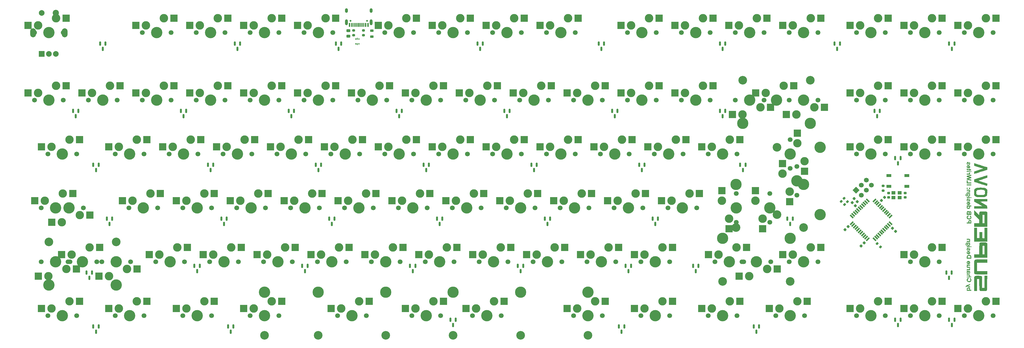
<source format=gbr>
%TF.GenerationSoftware,KiCad,Pcbnew,(6.0.4-0)*%
%TF.CreationDate,2022-05-31T11:41:51+03:00*%
%TF.ProjectId,Supernova_Hotswap,53757065-726e-46f7-9661-5f486f747377,rev?*%
%TF.SameCoordinates,Original*%
%TF.FileFunction,Soldermask,Bot*%
%TF.FilePolarity,Negative*%
%FSLAX46Y46*%
G04 Gerber Fmt 4.6, Leading zero omitted, Abs format (unit mm)*
G04 Created by KiCad (PCBNEW (6.0.4-0)) date 2022-05-31 11:41:51*
%MOMM*%
%LPD*%
G01*
G04 APERTURE LIST*
G04 Aperture macros list*
%AMRoundRect*
0 Rectangle with rounded corners*
0 $1 Rounding radius*
0 $2 $3 $4 $5 $6 $7 $8 $9 X,Y pos of 4 corners*
0 Add a 4 corners polygon primitive as box body*
4,1,4,$2,$3,$4,$5,$6,$7,$8,$9,$2,$3,0*
0 Add four circle primitives for the rounded corners*
1,1,$1+$1,$2,$3*
1,1,$1+$1,$4,$5*
1,1,$1+$1,$6,$7*
1,1,$1+$1,$8,$9*
0 Add four rect primitives between the rounded corners*
20,1,$1+$1,$2,$3,$4,$5,0*
20,1,$1+$1,$4,$5,$6,$7,0*
20,1,$1+$1,$6,$7,$8,$9,0*
20,1,$1+$1,$8,$9,$2,$3,0*%
%AMHorizOval*
0 Thick line with rounded ends*
0 $1 width*
0 $2 $3 position (X,Y) of the first rounded end (center of the circle)*
0 $4 $5 position (X,Y) of the second rounded end (center of the circle)*
0 Add line between two ends*
20,1,$1,$2,$3,$4,$5,0*
0 Add two circle primitives to create the rounded ends*
1,1,$1,$2,$3*
1,1,$1,$4,$5*%
%AMRotRect*
0 Rectangle, with rotation*
0 The origin of the aperture is its center*
0 $1 length*
0 $2 width*
0 $3 Rotation angle, in degrees counterclockwise*
0 Add horizontal line*
21,1,$1,$2,0,0,$3*%
G04 Aperture macros list end*
%ADD10C,4.000000*%
%ADD11C,3.050000*%
%ADD12C,3.987800*%
%ADD13C,3.048000*%
%ADD14R,2.000000X2.000000*%
%ADD15C,2.000000*%
%ADD16O,2.000000X3.200000*%
%ADD17C,2.200000*%
%ADD18RoundRect,0.150000X-0.150000X0.587500X-0.150000X-0.587500X0.150000X-0.587500X0.150000X0.587500X0*%
%ADD19C,1.700000*%
%ADD20C,3.000000*%
%ADD21C,1.200000*%
%ADD22R,2.550000X2.500000*%
%ADD23R,2.500000X2.550000*%
%ADD24R,0.375000X0.500000*%
%ADD25R,0.300000X0.650000*%
%ADD26C,2.950000*%
%ADD27RoundRect,0.200000X0.275000X-0.200000X0.275000X0.200000X-0.275000X0.200000X-0.275000X-0.200000X0*%
%ADD28RoundRect,0.200000X-0.335876X-0.053033X-0.053033X-0.335876X0.335876X0.053033X0.053033X0.335876X0*%
%ADD29C,0.650000*%
%ADD30R,0.600000X1.450000*%
%ADD31R,0.300000X1.450000*%
%ADD32O,1.000000X1.600000*%
%ADD33O,1.000000X2.100000*%
%ADD34RoundRect,0.200000X0.335876X0.053033X0.053033X0.335876X-0.335876X-0.053033X-0.053033X-0.335876X0*%
%ADD35RoundRect,0.225000X-0.335876X-0.017678X-0.017678X-0.335876X0.335876X0.017678X0.017678X0.335876X0*%
%ADD36RotRect,1.700000X1.700000X315.000000*%
%ADD37HorizOval,1.700000X0.000000X0.000000X0.000000X0.000000X0*%
%ADD38RoundRect,0.218750X-0.381250X0.218750X-0.381250X-0.218750X0.381250X-0.218750X0.381250X0.218750X0*%
%ADD39RoundRect,0.200000X-0.275000X0.200000X-0.275000X-0.200000X0.275000X-0.200000X0.275000X0.200000X0*%
%ADD40RoundRect,0.225000X0.335876X0.017678X0.017678X0.335876X-0.335876X-0.017678X-0.017678X-0.335876X0*%
%ADD41RoundRect,0.225000X-0.017678X0.335876X-0.335876X0.017678X0.017678X-0.335876X0.335876X-0.017678X0*%
%ADD42RotRect,1.500000X0.550000X315.000000*%
%ADD43RotRect,1.500000X0.550000X225.000000*%
%ADD44RoundRect,0.225000X0.017678X-0.335876X0.335876X-0.017678X-0.017678X0.335876X-0.335876X0.017678X0*%
%ADD45RoundRect,0.225000X-0.250000X0.225000X-0.250000X-0.225000X0.250000X-0.225000X0.250000X0.225000X0*%
%ADD46RoundRect,0.225000X0.250000X-0.225000X0.250000X0.225000X-0.250000X0.225000X-0.250000X-0.225000X0*%
%ADD47RoundRect,0.243750X0.456250X-0.243750X0.456250X0.243750X-0.456250X0.243750X-0.456250X-0.243750X0*%
%ADD48R,1.400000X1.200000*%
%ADD49R,1.700000X1.000000*%
G04 APERTURE END LIST*
%TO.C,G\u002A\u002A\u002A*%
G36*
X364895914Y-117556589D02*
G01*
X364896348Y-117422922D01*
X364899126Y-117282387D01*
X364905815Y-117180987D01*
X364917941Y-117106023D01*
X364937029Y-117044798D01*
X364964604Y-116984613D01*
X364999629Y-116924008D01*
X365126495Y-116781522D01*
X365289771Y-116677627D01*
X365479565Y-116614803D01*
X365685986Y-116595531D01*
X365899142Y-116622292D01*
X366109142Y-116697567D01*
X366143905Y-116715408D01*
X366260420Y-116793367D01*
X366348594Y-116890559D01*
X366411666Y-117015105D01*
X366452877Y-117175126D01*
X366475464Y-117378742D01*
X366482667Y-117634075D01*
X366483414Y-117992789D01*
X364895914Y-117992789D01*
X364895914Y-117626443D01*
X365194529Y-117626443D01*
X366178125Y-117626443D01*
X366176796Y-117527224D01*
X366166005Y-117371662D01*
X366123409Y-117207246D01*
X366045721Y-117088723D01*
X365929822Y-117011809D01*
X365772590Y-116972219D01*
X365754410Y-116970113D01*
X365565787Y-116970223D01*
X365408647Y-117012143D01*
X365291296Y-117093777D01*
X365261933Y-117129359D01*
X365232641Y-117188832D01*
X365215696Y-117272753D01*
X365205993Y-117399408D01*
X365194529Y-117626443D01*
X364895914Y-117626443D01*
X364895914Y-117556589D01*
G37*
G36*
X366025481Y-93325481D02*
G01*
X365659135Y-93325481D01*
X365659135Y-92959135D01*
X366025481Y-92959135D01*
X366025481Y-93325481D01*
G37*
G36*
X366042506Y-126983315D02*
G01*
X366052237Y-127043988D01*
X366056010Y-127135738D01*
X366056010Y-127303206D01*
X365689664Y-127417192D01*
X365673108Y-127422360D01*
X365536657Y-127466311D01*
X365425505Y-127504461D01*
X365350707Y-127532876D01*
X365323317Y-127547618D01*
X365323535Y-127548266D01*
X365355202Y-127565208D01*
X365432865Y-127596637D01*
X365545487Y-127638298D01*
X365682031Y-127685935D01*
X366040745Y-127807813D01*
X366049973Y-127968089D01*
X366052041Y-128045111D01*
X366043225Y-128109036D01*
X366019111Y-128128366D01*
X366018865Y-128128362D01*
X365977753Y-128117888D01*
X365889290Y-128089438D01*
X365763159Y-128046319D01*
X365609039Y-127991841D01*
X365436612Y-127929312D01*
X365272381Y-127869671D01*
X365099791Y-127810297D01*
X364972187Y-127773138D01*
X364882850Y-127758055D01*
X364825062Y-127764911D01*
X364792103Y-127793569D01*
X364777255Y-127843890D01*
X364773798Y-127915738D01*
X364773798Y-128036779D01*
X364492148Y-128036779D01*
X364504233Y-127822919D01*
X364505928Y-127795359D01*
X364519140Y-127676356D01*
X364542335Y-127598555D01*
X364580056Y-127545319D01*
X364595068Y-127535253D01*
X364661927Y-127502081D01*
X364770976Y-127453567D01*
X364912411Y-127393602D01*
X365076425Y-127326077D01*
X365253214Y-127254885D01*
X365432973Y-127183917D01*
X365605895Y-127117064D01*
X365762175Y-127058218D01*
X365892009Y-127011270D01*
X365985590Y-126980112D01*
X366033113Y-126968635D01*
X366042506Y-126983315D01*
G37*
G36*
X365420504Y-113419210D02*
G01*
X365257570Y-113386254D01*
X365114180Y-113319306D01*
X365004495Y-113218323D01*
X364967309Y-113146839D01*
X364939894Y-113021764D01*
X364939127Y-112885402D01*
X364946575Y-112848678D01*
X365170673Y-112848678D01*
X365172770Y-112877256D01*
X365212973Y-112969738D01*
X365293707Y-113039035D01*
X365401030Y-113081287D01*
X365520998Y-113092634D01*
X365639665Y-113069214D01*
X365743089Y-113007166D01*
X365771851Y-112974204D01*
X365808506Y-112879831D01*
X365802461Y-112779825D01*
X365752953Y-112698054D01*
X365663512Y-112643553D01*
X365540457Y-112614044D01*
X365412162Y-112617340D01*
X365298007Y-112652674D01*
X365217367Y-112719278D01*
X365187940Y-112775407D01*
X365170673Y-112848678D01*
X364946575Y-112848678D01*
X364964553Y-112760039D01*
X365015718Y-112667965D01*
X365018303Y-112665211D01*
X365062543Y-112614471D01*
X365065944Y-112593432D01*
X365030983Y-112589353D01*
X364921386Y-112601360D01*
X364804616Y-112647697D01*
X364723924Y-112720307D01*
X364685331Y-112810022D01*
X364694861Y-112907675D01*
X364758534Y-113004098D01*
X364798364Y-113051723D01*
X364827197Y-113124903D01*
X364834856Y-113231677D01*
X364834752Y-113253490D01*
X364829526Y-113335156D01*
X364812416Y-113373427D01*
X364777915Y-113382933D01*
X364742193Y-113376953D01*
X364657366Y-113330951D01*
X364575069Y-113252798D01*
X364514041Y-113158437D01*
X364501481Y-113124854D01*
X364479208Y-113006367D01*
X364473654Y-112864862D01*
X364483774Y-112721033D01*
X364508521Y-112595573D01*
X364546851Y-112509176D01*
X364557656Y-112494748D01*
X364607706Y-112431608D01*
X364656284Y-112383693D01*
X364712322Y-112348750D01*
X364784752Y-112324528D01*
X364882508Y-112308775D01*
X365014520Y-112299239D01*
X365189724Y-112293669D01*
X365417049Y-112289813D01*
X366056010Y-112280467D01*
X366056010Y-112434825D01*
X366055232Y-112498693D01*
X366047417Y-112559322D01*
X366024796Y-112584307D01*
X365979688Y-112589183D01*
X365931963Y-112590848D01*
X365923282Y-112605575D01*
X365962441Y-112648259D01*
X365980603Y-112668317D01*
X366042312Y-112786147D01*
X366063584Y-112928589D01*
X366043791Y-113077646D01*
X365982301Y-113215321D01*
X365884960Y-113314560D01*
X365748361Y-113383320D01*
X365588822Y-113418217D01*
X365520998Y-113418617D01*
X365420504Y-113419210D01*
G37*
G36*
X366483414Y-96531010D02*
G01*
X366208654Y-96531010D01*
X366208654Y-96195193D01*
X366483414Y-96195193D01*
X366483414Y-96531010D01*
G37*
G36*
X365529169Y-110974687D02*
G01*
X365716908Y-110989668D01*
X365856376Y-111019612D01*
X365954126Y-111067945D01*
X366016709Y-111138099D01*
X366050675Y-111233501D01*
X366062576Y-111357582D01*
X366062351Y-111385976D01*
X366047409Y-111497916D01*
X366015147Y-111600101D01*
X365972269Y-111675453D01*
X365925478Y-111706890D01*
X365921099Y-111714979D01*
X365964423Y-111731015D01*
X365973245Y-111733588D01*
X366017214Y-111757422D01*
X366039622Y-111805370D01*
X366050050Y-111895881D01*
X366059355Y-112039664D01*
X364895914Y-112039664D01*
X364895914Y-111742619D01*
X365269892Y-111726810D01*
X365305247Y-111725294D01*
X365472458Y-111716789D01*
X365590633Y-111706492D01*
X365669980Y-111691728D01*
X365720705Y-111669821D01*
X365753014Y-111638096D01*
X365777115Y-111593880D01*
X365805750Y-111513260D01*
X365801239Y-111437904D01*
X365750721Y-111368029D01*
X365735378Y-111353964D01*
X365700829Y-111333010D01*
X365650648Y-111319347D01*
X365573484Y-111311463D01*
X365457982Y-111307842D01*
X365292789Y-111306972D01*
X364895914Y-111306972D01*
X364895914Y-110971154D01*
X365324298Y-110971154D01*
X365529169Y-110974687D01*
G37*
G36*
X365926262Y-86187521D02*
G01*
X365941862Y-86188871D01*
X366009553Y-86201609D01*
X366039090Y-86235896D01*
X366050220Y-86311479D01*
X366059696Y-86425962D01*
X366391827Y-86425962D01*
X366391827Y-86761779D01*
X366225946Y-86761779D01*
X366141905Y-86763099D01*
X366085197Y-86772420D01*
X366060033Y-86797413D01*
X366050405Y-86845734D01*
X366038663Y-86896533D01*
X366003311Y-86926608D01*
X365926262Y-86939163D01*
X365905752Y-86940782D01*
X365841584Y-86940034D01*
X365816240Y-86915895D01*
X365811779Y-86855209D01*
X365811779Y-86761779D01*
X365453065Y-86761329D01*
X365317276Y-86759757D01*
X365165507Y-86751017D01*
X365058147Y-86731711D01*
X364985470Y-86698580D01*
X364937753Y-86648365D01*
X364905269Y-86577810D01*
X364875772Y-86454022D01*
X364867782Y-86328058D01*
X364883915Y-86230021D01*
X364925631Y-86194223D01*
X365021295Y-86181731D01*
X365049825Y-86181888D01*
X365111880Y-86189057D01*
X365136048Y-86218356D01*
X365140144Y-86285316D01*
X365141970Y-86329201D01*
X365155443Y-86373650D01*
X365190560Y-86401945D01*
X365257169Y-86417692D01*
X365365117Y-86424495D01*
X365524252Y-86425962D01*
X365811779Y-86425962D01*
X365811779Y-86178046D01*
X365926262Y-86187521D01*
G37*
G36*
X366470596Y-88337503D02*
G01*
X366479846Y-88401547D01*
X366483414Y-88496276D01*
X366483414Y-88673801D01*
X365978944Y-88791662D01*
X365845420Y-88823830D01*
X365701038Y-88861203D01*
X365588959Y-88893250D01*
X365518284Y-88917336D01*
X365498115Y-88930827D01*
X365515868Y-88938660D01*
X365585423Y-88960416D01*
X365696965Y-88991453D01*
X365839967Y-89028880D01*
X366003900Y-89069804D01*
X366486045Y-89187477D01*
X366477097Y-89355956D01*
X366468149Y-89524434D01*
X365986163Y-89650353D01*
X365874394Y-89679833D01*
X365725292Y-89720130D01*
X365604765Y-89753882D01*
X365523003Y-89778215D01*
X365490196Y-89790254D01*
X365498446Y-89799084D01*
X365550641Y-89818166D01*
X365636364Y-89840323D01*
X365703508Y-89855597D01*
X365831472Y-89885027D01*
X365983699Y-89920280D01*
X366139964Y-89956681D01*
X366483414Y-90036953D01*
X366483414Y-90219393D01*
X366483412Y-90225156D01*
X366481760Y-90323417D01*
X366473340Y-90374095D01*
X366452784Y-90390074D01*
X366414724Y-90384237D01*
X366386997Y-90377028D01*
X366303245Y-90355078D01*
X366175753Y-90321576D01*
X366013536Y-90278893D01*
X365825605Y-90229398D01*
X365620974Y-90175463D01*
X364895914Y-89984286D01*
X364895914Y-89613547D01*
X365384225Y-89494148D01*
X365504146Y-89464026D01*
X365647481Y-89425565D01*
X365759014Y-89392662D01*
X365829524Y-89368082D01*
X365849790Y-89354588D01*
X365835297Y-89348049D01*
X365769529Y-89327272D01*
X365661286Y-89296964D01*
X365521256Y-89260071D01*
X365360124Y-89219541D01*
X364893204Y-89104654D01*
X364902191Y-88918549D01*
X364911178Y-88732443D01*
X365674399Y-88526513D01*
X365859868Y-88476627D01*
X366049472Y-88425984D01*
X366212402Y-88382845D01*
X366340595Y-88349331D01*
X366425988Y-88327565D01*
X366460517Y-88319667D01*
X366470596Y-88337503D01*
G37*
G36*
X365201202Y-91065108D02*
G01*
X365834676Y-91073359D01*
X366468149Y-91081611D01*
X366486461Y-91432693D01*
X364895914Y-91432693D01*
X364895914Y-90303125D01*
X365201202Y-90303125D01*
X365201202Y-91065108D01*
G37*
G36*
X372100721Y-97782008D02*
G01*
X370858377Y-97789983D01*
X369616033Y-97797957D01*
X372085457Y-99265669D01*
X372102163Y-100316587D01*
X367490866Y-100316587D01*
X367490866Y-99431843D01*
X368945715Y-99423914D01*
X370400565Y-99415986D01*
X368946690Y-98606972D01*
X367492815Y-97797957D01*
X367491840Y-97332392D01*
X367490866Y-96866827D01*
X372100721Y-96866827D01*
X372100721Y-97782008D01*
G37*
G36*
X369177584Y-84765888D02*
G01*
X369334379Y-84815104D01*
X369667573Y-84919619D01*
X369998178Y-85023233D01*
X370318242Y-85123459D01*
X370619814Y-85217810D01*
X370894943Y-85303800D01*
X371135678Y-85378940D01*
X371334067Y-85440745D01*
X371482160Y-85486727D01*
X372100017Y-85678005D01*
X372100721Y-86573871D01*
X372001503Y-86605473D01*
X371942240Y-86624319D01*
X371778711Y-86676135D01*
X371577097Y-86739820D01*
X371342752Y-86813698D01*
X371081026Y-86896091D01*
X370797271Y-86985323D01*
X370496839Y-87079717D01*
X370185081Y-87177595D01*
X369867348Y-87277280D01*
X369548994Y-87377096D01*
X369235368Y-87475365D01*
X368931823Y-87570410D01*
X368643710Y-87660554D01*
X368376382Y-87744120D01*
X368135189Y-87819431D01*
X367925483Y-87884810D01*
X367752615Y-87938580D01*
X367621939Y-87979063D01*
X367538804Y-88004583D01*
X367508563Y-88013462D01*
X367505955Y-88008686D01*
X367500008Y-87958542D01*
X367495220Y-87862454D01*
X367492027Y-87731215D01*
X367490866Y-87575616D01*
X367490866Y-87137771D01*
X369076305Y-86637383D01*
X369252759Y-86581513D01*
X369538855Y-86490134D01*
X369802742Y-86404865D01*
X370039265Y-86327428D01*
X370243270Y-86259545D01*
X370409602Y-86202939D01*
X370533105Y-86159330D01*
X370608625Y-86130442D01*
X370631006Y-86117997D01*
X370622012Y-86114346D01*
X370562544Y-86094039D01*
X370452810Y-86058163D01*
X370298296Y-86008465D01*
X370104490Y-85946691D01*
X369876879Y-85874586D01*
X369620950Y-85793895D01*
X369342191Y-85706366D01*
X369046089Y-85613743D01*
X367491911Y-85128486D01*
X367491388Y-84682407D01*
X367490866Y-84236327D01*
X369177584Y-84765888D01*
G37*
G36*
X366483414Y-113932452D02*
G01*
X366208654Y-113932452D01*
X366208654Y-113596635D01*
X366483414Y-113596635D01*
X366483414Y-113932452D01*
G37*
G36*
X365468330Y-87043498D02*
G01*
X366040745Y-87051803D01*
X366049973Y-87212080D01*
X366059201Y-87372356D01*
X364895914Y-87372356D01*
X364895914Y-87035192D01*
X365468330Y-87043498D01*
G37*
G36*
X365623094Y-86069698D02*
G01*
X365452477Y-86087151D01*
X365283453Y-86064340D01*
X365128275Y-86002791D01*
X364999200Y-85904032D01*
X364908481Y-85769592D01*
X364881594Y-85677094D01*
X364868237Y-85533428D01*
X364877210Y-85385358D01*
X364908512Y-85261962D01*
X364939557Y-85200471D01*
X365044015Y-85075459D01*
X365178305Y-84993895D01*
X365262260Y-84962089D01*
X365262260Y-85101452D01*
X365260952Y-85147538D01*
X365243151Y-85235149D01*
X365199279Y-85291813D01*
X365197988Y-85292877D01*
X365148498Y-85364903D01*
X365119248Y-85469927D01*
X365113410Y-85548342D01*
X365129988Y-85613397D01*
X365180842Y-85675685D01*
X365188525Y-85683092D01*
X365259143Y-85733640D01*
X365321930Y-85754327D01*
X365325190Y-85754307D01*
X365349254Y-85750418D01*
X365365725Y-85733143D01*
X365376037Y-85692949D01*
X365381626Y-85620300D01*
X365383532Y-85525361D01*
X365598077Y-85525361D01*
X365600105Y-85621233D01*
X365612143Y-85714526D01*
X365638059Y-85753545D01*
X365681322Y-85742018D01*
X365745400Y-85683670D01*
X365757517Y-85669504D01*
X365798946Y-85580402D01*
X365803851Y-85481584D01*
X365776676Y-85390005D01*
X365721868Y-85322623D01*
X365643870Y-85296395D01*
X365626291Y-85301641D01*
X365609145Y-85333695D01*
X365600476Y-85404588D01*
X365598077Y-85525361D01*
X365383532Y-85525361D01*
X365383927Y-85505663D01*
X365384375Y-85339505D01*
X365384375Y-84924682D01*
X365514123Y-84945666D01*
X365533984Y-84949028D01*
X365734165Y-85005067D01*
X365885184Y-85094951D01*
X365990179Y-85221252D01*
X366052287Y-85386539D01*
X366063189Y-85474153D01*
X366050289Y-85630617D01*
X366004040Y-85779893D01*
X365930410Y-85896984D01*
X365920084Y-85907887D01*
X365783048Y-86010452D01*
X365638059Y-86064155D01*
X365623094Y-86069698D01*
G37*
G36*
X365476295Y-123550828D02*
G01*
X365675079Y-123562510D01*
X365824234Y-123587719D01*
X365930428Y-123629506D01*
X366000329Y-123690923D01*
X366040605Y-123775022D01*
X366057923Y-123884856D01*
X366061905Y-123976656D01*
X366055032Y-124073323D01*
X366028481Y-124146636D01*
X365976974Y-124218331D01*
X365897938Y-124312260D01*
X366483414Y-124312260D01*
X366483414Y-124617549D01*
X364895914Y-124617549D01*
X364895914Y-124320503D01*
X365269892Y-124304694D01*
X365305247Y-124303179D01*
X365472458Y-124294674D01*
X365590633Y-124284377D01*
X365669980Y-124269612D01*
X365720705Y-124247705D01*
X365753014Y-124215981D01*
X365777115Y-124171764D01*
X365805750Y-124091145D01*
X365801239Y-124015789D01*
X365750721Y-123945914D01*
X365735378Y-123931849D01*
X365700829Y-123910895D01*
X365650648Y-123897232D01*
X365573484Y-123889347D01*
X365457982Y-123885727D01*
X365292789Y-123884856D01*
X364895914Y-123884856D01*
X364895914Y-123549039D01*
X365324298Y-123549039D01*
X365476295Y-123550828D01*
G37*
G36*
X365623094Y-119926189D02*
G01*
X365452477Y-119943642D01*
X365283453Y-119920830D01*
X365128275Y-119859281D01*
X364999200Y-119760523D01*
X364908481Y-119626082D01*
X364881594Y-119533584D01*
X364868237Y-119389918D01*
X364877210Y-119241849D01*
X364908512Y-119118452D01*
X364939557Y-119056961D01*
X365044015Y-118931950D01*
X365178305Y-118850386D01*
X365262260Y-118818579D01*
X365262260Y-118957942D01*
X365260952Y-119004028D01*
X365243151Y-119091639D01*
X365199279Y-119148304D01*
X365197988Y-119149367D01*
X365148498Y-119221393D01*
X365119248Y-119326417D01*
X365113410Y-119404832D01*
X365129988Y-119469888D01*
X365180842Y-119532175D01*
X365188525Y-119539582D01*
X365259143Y-119590130D01*
X365321930Y-119610818D01*
X365325190Y-119610798D01*
X365349254Y-119606909D01*
X365365725Y-119589634D01*
X365376037Y-119549439D01*
X365381626Y-119476790D01*
X365383532Y-119381851D01*
X365598077Y-119381851D01*
X365600105Y-119477723D01*
X365612143Y-119571016D01*
X365638059Y-119610036D01*
X365681322Y-119598508D01*
X365745400Y-119540160D01*
X365757517Y-119525995D01*
X365798946Y-119436893D01*
X365803851Y-119338074D01*
X365776676Y-119246496D01*
X365721868Y-119179114D01*
X365643870Y-119152885D01*
X365626291Y-119158131D01*
X365609145Y-119190185D01*
X365600476Y-119261078D01*
X365598077Y-119381851D01*
X365383532Y-119381851D01*
X365383927Y-119362154D01*
X365384375Y-119195995D01*
X365384375Y-118781172D01*
X365514123Y-118802156D01*
X365533984Y-118805519D01*
X365734165Y-118861557D01*
X365885184Y-118951442D01*
X365990179Y-119077742D01*
X366052287Y-119243029D01*
X366063189Y-119330643D01*
X366050289Y-119487108D01*
X366004040Y-119636383D01*
X365930410Y-119753474D01*
X365920084Y-119764377D01*
X365783048Y-119866943D01*
X365638059Y-119920646D01*
X365623094Y-119926189D01*
G37*
G36*
X365623094Y-99013929D02*
G01*
X365452477Y-99031382D01*
X365283453Y-99008570D01*
X365128275Y-98947021D01*
X364999200Y-98848263D01*
X364908481Y-98713823D01*
X364881594Y-98621325D01*
X364868237Y-98477659D01*
X364877210Y-98329589D01*
X364908512Y-98206193D01*
X364939557Y-98144702D01*
X365044015Y-98019690D01*
X365178305Y-97938126D01*
X365262260Y-97906319D01*
X365262260Y-98045682D01*
X365260952Y-98091769D01*
X365243151Y-98179380D01*
X365199279Y-98236044D01*
X365197988Y-98237108D01*
X365148498Y-98309134D01*
X365119248Y-98414158D01*
X365113410Y-98492572D01*
X365129988Y-98557628D01*
X365180842Y-98619915D01*
X365188525Y-98627322D01*
X365259143Y-98677871D01*
X365321930Y-98698558D01*
X365325190Y-98698538D01*
X365349254Y-98694649D01*
X365365725Y-98677374D01*
X365376037Y-98637180D01*
X365381626Y-98564531D01*
X365383532Y-98469592D01*
X365598077Y-98469592D01*
X365600105Y-98565464D01*
X365612143Y-98658757D01*
X365638059Y-98697776D01*
X365681322Y-98686249D01*
X365745400Y-98627901D01*
X365757517Y-98613735D01*
X365798946Y-98524633D01*
X365803851Y-98425815D01*
X365776676Y-98334236D01*
X365721868Y-98266854D01*
X365643870Y-98240625D01*
X365626291Y-98245872D01*
X365609145Y-98277925D01*
X365600476Y-98348818D01*
X365598077Y-98469592D01*
X365383532Y-98469592D01*
X365383927Y-98449894D01*
X365384375Y-98283735D01*
X365384375Y-97868913D01*
X365514123Y-97889897D01*
X365533984Y-97893259D01*
X365734165Y-97949297D01*
X365885184Y-98039182D01*
X365990179Y-98165483D01*
X366052287Y-98330770D01*
X366063189Y-98418384D01*
X366050289Y-98574848D01*
X366004040Y-98724123D01*
X365930410Y-98841215D01*
X365920084Y-98852117D01*
X365783048Y-98954683D01*
X365638059Y-99008386D01*
X365623094Y-99013929D01*
G37*
G36*
X365529169Y-93573245D02*
G01*
X365716908Y-93588226D01*
X365856376Y-93618169D01*
X365954126Y-93666503D01*
X366016709Y-93736657D01*
X366050675Y-93832059D01*
X366062576Y-93956140D01*
X366062351Y-93984533D01*
X366047409Y-94096473D01*
X366015147Y-94198659D01*
X365972269Y-94274010D01*
X365925478Y-94305447D01*
X365921099Y-94313537D01*
X365964423Y-94329573D01*
X365973245Y-94332146D01*
X366017214Y-94355979D01*
X366039622Y-94403927D01*
X366050050Y-94494438D01*
X366059355Y-94638222D01*
X364895914Y-94638222D01*
X364895914Y-94341176D01*
X365269892Y-94325367D01*
X365305247Y-94323852D01*
X365472458Y-94315347D01*
X365590633Y-94305050D01*
X365669980Y-94290285D01*
X365720705Y-94268378D01*
X365753014Y-94236654D01*
X365777115Y-94192437D01*
X365805750Y-94111818D01*
X365801239Y-94036462D01*
X365750721Y-93966587D01*
X365735378Y-93952522D01*
X365700829Y-93931568D01*
X365650648Y-93917905D01*
X365573484Y-93910020D01*
X365457982Y-93906400D01*
X365292789Y-93905529D01*
X364895914Y-93905529D01*
X364895914Y-93569712D01*
X365324298Y-93569712D01*
X365529169Y-93573245D01*
G37*
G36*
X366483414Y-87372356D02*
G01*
X366208654Y-87372356D01*
X366208654Y-87036539D01*
X366483414Y-87036539D01*
X366483414Y-87372356D01*
G37*
G36*
X372100721Y-119458174D02*
G01*
X368498317Y-119458174D01*
X368498317Y-122388943D01*
X372100721Y-122388943D01*
X372100721Y-123549039D01*
X370051933Y-123549039D01*
X369635437Y-123549028D01*
X369275240Y-123548726D01*
X368966827Y-123547748D01*
X368705684Y-123545709D01*
X368487295Y-123542225D01*
X368307145Y-123536911D01*
X368160719Y-123529381D01*
X368043501Y-123519250D01*
X367950977Y-123506135D01*
X367878631Y-123489648D01*
X367821947Y-123469407D01*
X367776411Y-123445025D01*
X367737508Y-123416118D01*
X367700722Y-123382301D01*
X367661538Y-123343189D01*
X367626858Y-123305409D01*
X367561643Y-123216440D01*
X367523546Y-123138842D01*
X367520878Y-123119718D01*
X367516343Y-123041284D01*
X367512017Y-122910028D01*
X367507973Y-122731184D01*
X367504281Y-122509987D01*
X367501013Y-122251671D01*
X367498241Y-121961470D01*
X367496037Y-121644617D01*
X367494473Y-121306347D01*
X367493619Y-120951893D01*
X367493444Y-120821303D01*
X367492943Y-120411933D01*
X367492868Y-120057887D01*
X367493571Y-119754723D01*
X367495407Y-119498002D01*
X367498730Y-119283286D01*
X367503895Y-119106135D01*
X367511256Y-118962109D01*
X367521168Y-118846769D01*
X367533984Y-118755676D01*
X367550059Y-118684390D01*
X367569747Y-118628473D01*
X367593402Y-118583484D01*
X367621380Y-118544985D01*
X367654033Y-118508536D01*
X367691717Y-118469697D01*
X367723712Y-118437066D01*
X367760180Y-118403109D01*
X367799231Y-118374019D01*
X367845364Y-118349420D01*
X367903075Y-118328935D01*
X367976865Y-118312189D01*
X368071229Y-118298804D01*
X368190667Y-118288403D01*
X368339676Y-118280611D01*
X368522755Y-118275051D01*
X368744402Y-118271346D01*
X369009114Y-118269120D01*
X369321389Y-118267996D01*
X369685726Y-118267598D01*
X370106623Y-118267549D01*
X372100721Y-118267549D01*
X372100721Y-119458174D01*
G37*
G36*
X368002224Y-107039827D02*
G01*
X368513582Y-107048198D01*
X368521452Y-108887561D01*
X368529323Y-110726924D01*
X369322596Y-110726924D01*
X369322596Y-108559375D01*
X370329277Y-108559375D01*
X370337295Y-109650782D01*
X370345313Y-110742188D01*
X370749820Y-110750706D01*
X371154327Y-110759225D01*
X371154327Y-107032933D01*
X372100721Y-107032933D01*
X372100721Y-111948077D01*
X367490866Y-111948077D01*
X367490866Y-107031457D01*
X368002224Y-107039827D01*
G37*
G36*
X372093956Y-126471416D02*
G01*
X372085457Y-128937380D01*
X371993870Y-129120553D01*
X371973327Y-129159528D01*
X371886763Y-129288378D01*
X371796825Y-129373579D01*
X371770220Y-129390688D01*
X371740209Y-129406297D01*
X371703662Y-129418346D01*
X371653762Y-129427211D01*
X371583695Y-129433269D01*
X371486646Y-129436896D01*
X371355801Y-129438470D01*
X371184345Y-129438367D01*
X370965463Y-129436963D01*
X370692341Y-129434636D01*
X370553362Y-129433386D01*
X370306425Y-129430841D01*
X370110602Y-129427997D01*
X369959181Y-129424406D01*
X369845449Y-129419616D01*
X369762693Y-129413180D01*
X369704200Y-129404648D01*
X369663258Y-129393569D01*
X369633154Y-129379496D01*
X369607174Y-129361977D01*
X369529712Y-129291817D01*
X369423334Y-129149500D01*
X369346909Y-128986765D01*
X369346792Y-128986415D01*
X369338220Y-128942255D01*
X369330662Y-128862372D01*
X369324039Y-128743600D01*
X369318276Y-128582772D01*
X369313296Y-128376722D01*
X369309022Y-128122282D01*
X369305377Y-127816287D01*
X369302285Y-127455568D01*
X369299669Y-127036960D01*
X369289812Y-125197597D01*
X368467789Y-125197597D01*
X368467789Y-129441106D01*
X367490866Y-129441106D01*
X367491036Y-127006431D01*
X367491354Y-126573763D01*
X367492498Y-126104225D01*
X367494466Y-125692214D01*
X367497252Y-125338235D01*
X367500850Y-125042791D01*
X367505253Y-124806386D01*
X367510455Y-124629523D01*
X367516449Y-124512706D01*
X367523230Y-124456438D01*
X367548933Y-124388920D01*
X367628886Y-124261971D01*
X367734879Y-124151300D01*
X367848122Y-124078746D01*
X367848334Y-124078658D01*
X367911646Y-124065413D01*
X368025627Y-124054476D01*
X368180967Y-124045833D01*
X368368361Y-124039468D01*
X368578501Y-124035366D01*
X368802079Y-124033511D01*
X369029789Y-124033890D01*
X369252321Y-124036486D01*
X369460371Y-124041285D01*
X369644628Y-124048270D01*
X369795788Y-124057427D01*
X369904541Y-124068742D01*
X369961582Y-124082197D01*
X370071566Y-124163120D01*
X370173216Y-124288010D01*
X370237118Y-124427691D01*
X370237120Y-124427698D01*
X370244253Y-124485061D01*
X370250543Y-124601457D01*
X370255961Y-124774864D01*
X370260472Y-125003263D01*
X370264046Y-125284634D01*
X370266650Y-125616958D01*
X370268252Y-125998214D01*
X370268820Y-126426383D01*
X370268991Y-128311539D01*
X371092857Y-128311539D01*
X371100695Y-126166888D01*
X371108534Y-124022236D01*
X371605494Y-124013843D01*
X372102455Y-124005451D01*
X372093956Y-126471416D01*
G37*
G36*
X365158890Y-123364096D02*
G01*
X365044917Y-123333389D01*
X365039354Y-123330159D01*
X364981126Y-123278043D01*
X364924923Y-123203641D01*
X364889325Y-123118667D01*
X364867309Y-122978906D01*
X364873888Y-122850173D01*
X365079753Y-122850173D01*
X365095951Y-122938702D01*
X365142170Y-123004362D01*
X365214245Y-123030049D01*
X365290676Y-123010347D01*
X365343386Y-122944729D01*
X365374835Y-122826703D01*
X365377140Y-122812645D01*
X365398186Y-122720155D01*
X365422626Y-122651584D01*
X365430676Y-122634911D01*
X365433241Y-122608972D01*
X365400288Y-122602768D01*
X365319472Y-122611500D01*
X365212986Y-122639625D01*
X365132824Y-122695690D01*
X365097742Y-122755874D01*
X365079753Y-122850173D01*
X364873888Y-122850173D01*
X364874714Y-122834002D01*
X364912260Y-122711916D01*
X364939240Y-122640853D01*
X364927336Y-122591327D01*
X364916661Y-122571448D01*
X364901738Y-122500895D01*
X364895854Y-122405734D01*
X364895795Y-122251563D01*
X365361419Y-122266913D01*
X365510661Y-122272573D01*
X365677132Y-122282924D01*
X365798321Y-122298616D01*
X365883491Y-122322567D01*
X365941903Y-122357699D01*
X365982817Y-122406933D01*
X366015495Y-122473189D01*
X366036159Y-122537164D01*
X366058230Y-122683034D01*
X366059812Y-122844174D01*
X366041365Y-122996163D01*
X366003354Y-123114580D01*
X365975894Y-123157612D01*
X365906114Y-123230576D01*
X365823977Y-123289460D01*
X365746403Y-123323136D01*
X365690314Y-123320475D01*
X365681315Y-123310354D01*
X365665452Y-123255436D01*
X365659184Y-123175525D01*
X365662204Y-123091990D01*
X365674208Y-123026199D01*
X365694892Y-122999520D01*
X365706407Y-122998638D01*
X365771479Y-122963276D01*
X365821854Y-122891431D01*
X365841840Y-122803983D01*
X365834734Y-122722678D01*
X365800926Y-122657813D01*
X365729684Y-122620557D01*
X365715717Y-122616901D01*
X365666986Y-122621836D01*
X365629644Y-122664836D01*
X365599290Y-122753554D01*
X365571521Y-122895648D01*
X365542465Y-123046299D01*
X365507318Y-123158603D01*
X365461196Y-123238543D01*
X365397802Y-123300799D01*
X365394190Y-123303581D01*
X365285207Y-123353246D01*
X365214245Y-123359341D01*
X365158890Y-123364096D01*
G37*
G36*
X366049973Y-120290085D02*
G01*
X366040745Y-120450361D01*
X365637202Y-120465625D01*
X365584329Y-120467730D01*
X365412518Y-120477524D01*
X365290910Y-120492493D01*
X365210855Y-120516257D01*
X365163706Y-120552439D01*
X365140816Y-120604659D01*
X365133536Y-120676539D01*
X365133291Y-120702612D01*
X365141387Y-120767025D01*
X365169163Y-120813402D01*
X365224894Y-120845165D01*
X365316853Y-120865734D01*
X365453315Y-120878529D01*
X365642553Y-120886972D01*
X366056010Y-120900994D01*
X366056010Y-121202427D01*
X365555397Y-121192740D01*
X365511736Y-121191874D01*
X365334611Y-121187474D01*
X365206576Y-121181822D01*
X365117714Y-121173682D01*
X365058111Y-121161821D01*
X365017848Y-121145003D01*
X364987010Y-121121996D01*
X364935635Y-121065916D01*
X364894245Y-120999880D01*
X364882170Y-120964674D01*
X364865145Y-120821905D01*
X364885690Y-120672616D01*
X364940787Y-120546208D01*
X364965796Y-120508927D01*
X364994541Y-120458882D01*
X364990673Y-120438786D01*
X364956051Y-120435097D01*
X364943040Y-120434513D01*
X364912938Y-120419833D01*
X364899190Y-120374122D01*
X364895914Y-120282452D01*
X364895914Y-120129808D01*
X366059201Y-120129808D01*
X366049973Y-120290085D01*
G37*
G36*
X365682031Y-91714569D02*
G01*
X366468149Y-91722717D01*
X366486461Y-92073799D01*
X364895914Y-92073799D01*
X364895914Y-91706422D01*
X365682031Y-91714569D01*
G37*
G36*
X365506491Y-124979043D02*
G01*
X365506484Y-124992570D01*
X365504315Y-125088929D01*
X365493397Y-125141935D01*
X365466684Y-125167577D01*
X365417130Y-125181843D01*
X365384989Y-125190455D01*
X365269821Y-125256213D01*
X365196434Y-125362910D01*
X365170673Y-125502931D01*
X365179464Y-125598006D01*
X365233523Y-125730071D01*
X365335656Y-125825742D01*
X365484493Y-125883938D01*
X365678664Y-125903576D01*
X365750553Y-125901336D01*
X365927872Y-125869052D01*
X366061316Y-125797270D01*
X366154078Y-125684517D01*
X366180634Y-125621062D01*
X366195554Y-125492571D01*
X366168454Y-125367654D01*
X366104441Y-125263423D01*
X366008620Y-125196990D01*
X365980623Y-125184464D01*
X365950205Y-125154501D01*
X365936858Y-125098863D01*
X365933894Y-124999915D01*
X365934794Y-124929788D01*
X365942203Y-124865257D01*
X365961990Y-124837305D01*
X365999902Y-124831250D01*
X366007529Y-124831440D01*
X366110050Y-124859772D01*
X366223690Y-124927390D01*
X366330846Y-125021602D01*
X366413912Y-125129718D01*
X366450564Y-125197075D01*
X366480855Y-125278491D01*
X366494842Y-125372369D01*
X366497970Y-125502885D01*
X366497968Y-125503628D01*
X366491641Y-125651084D01*
X366471059Y-125760502D01*
X366432076Y-125853967D01*
X366418907Y-125877757D01*
X366287802Y-126048838D01*
X366119031Y-126172516D01*
X365914747Y-126247598D01*
X365677098Y-126272890D01*
X365620612Y-126271637D01*
X365393305Y-126236762D01*
X365202139Y-126155137D01*
X365049737Y-126028238D01*
X364938720Y-125857540D01*
X364890145Y-125719186D01*
X364864259Y-125526287D01*
X364879580Y-125334741D01*
X364934428Y-125160496D01*
X365027118Y-125019501D01*
X365118242Y-124943811D01*
X365258265Y-124866964D01*
X365407272Y-124817286D01*
X365506491Y-124795870D01*
X365506491Y-124979043D01*
G37*
G36*
X365326828Y-96724998D02*
G01*
X365426934Y-96785086D01*
X365511126Y-96887884D01*
X365568114Y-97022001D01*
X365579824Y-97065133D01*
X365619000Y-97207286D01*
X365647809Y-97302333D01*
X365670819Y-97359756D01*
X365692596Y-97389035D01*
X365717708Y-97399651D01*
X365750721Y-97401082D01*
X365784808Y-97398435D01*
X365821542Y-97372262D01*
X365836505Y-97303274D01*
X365838040Y-97274708D01*
X365824630Y-97178431D01*
X365787419Y-97107905D01*
X365734383Y-97080529D01*
X365708798Y-97066877D01*
X365693962Y-97014576D01*
X365689664Y-96912621D01*
X365689792Y-96888794D01*
X365697237Y-96792950D01*
X365722958Y-96751063D01*
X365776409Y-96757482D01*
X365867042Y-96806552D01*
X365884762Y-96818154D01*
X365982153Y-96923104D01*
X366041840Y-97072955D01*
X366062116Y-97263702D01*
X366054747Y-97388897D01*
X366013530Y-97550781D01*
X365937514Y-97665723D01*
X365828322Y-97731629D01*
X365687577Y-97746409D01*
X365609757Y-97733045D01*
X365536780Y-97694135D01*
X365477747Y-97621623D01*
X365425697Y-97506489D01*
X365373668Y-97339713D01*
X365344337Y-97242832D01*
X365295699Y-97125079D01*
X365246672Y-97064677D01*
X365194951Y-97059347D01*
X365138232Y-97106808D01*
X365131826Y-97114851D01*
X365083963Y-97216519D01*
X365096968Y-97317549D01*
X365170673Y-97416347D01*
X365222175Y-97471920D01*
X365254288Y-97542323D01*
X365262260Y-97642297D01*
X365255721Y-97731536D01*
X365228545Y-97777455D01*
X365171449Y-97777040D01*
X365075172Y-97734875D01*
X365072599Y-97733517D01*
X364990975Y-97663629D01*
X364924714Y-97559334D01*
X364882763Y-97420448D01*
X364866726Y-97248438D01*
X364876496Y-97110104D01*
X364923173Y-96943573D01*
X365005369Y-96819105D01*
X365119777Y-96741156D01*
X365263092Y-96714183D01*
X365326828Y-96724998D01*
G37*
G36*
X365623094Y-116415371D02*
G01*
X365452477Y-116432824D01*
X365283453Y-116410013D01*
X365128275Y-116348464D01*
X364999200Y-116249705D01*
X364908481Y-116115265D01*
X364881594Y-116022767D01*
X364868237Y-115879101D01*
X364877210Y-115731031D01*
X364908512Y-115607635D01*
X364939557Y-115546144D01*
X365044015Y-115421133D01*
X365178305Y-115339569D01*
X365262260Y-115307762D01*
X365262260Y-115447125D01*
X365260952Y-115493211D01*
X365243151Y-115580822D01*
X365199279Y-115637486D01*
X365197988Y-115638550D01*
X365148498Y-115710576D01*
X365119248Y-115815600D01*
X365113410Y-115894015D01*
X365129988Y-115959071D01*
X365180842Y-116021358D01*
X365188525Y-116028765D01*
X365259143Y-116079313D01*
X365321930Y-116100000D01*
X365325190Y-116099981D01*
X365349254Y-116096091D01*
X365365725Y-116078817D01*
X365376037Y-116038622D01*
X365381626Y-115965973D01*
X365383532Y-115871034D01*
X365598077Y-115871034D01*
X365600105Y-115966906D01*
X365612143Y-116060199D01*
X365638059Y-116099218D01*
X365681322Y-116087691D01*
X365745400Y-116029343D01*
X365757517Y-116015177D01*
X365798946Y-115926075D01*
X365803851Y-115827257D01*
X365776676Y-115735678D01*
X365721868Y-115668297D01*
X365643870Y-115642068D01*
X365626291Y-115647314D01*
X365609145Y-115679368D01*
X365600476Y-115750261D01*
X365598077Y-115871034D01*
X365383532Y-115871034D01*
X365383927Y-115851337D01*
X365384375Y-115685178D01*
X365384375Y-115270355D01*
X365514123Y-115291339D01*
X365533984Y-115294701D01*
X365734165Y-115350740D01*
X365885184Y-115440624D01*
X365990179Y-115566925D01*
X366052287Y-115732212D01*
X366063189Y-115819826D01*
X366050289Y-115976290D01*
X366004040Y-116125566D01*
X365930410Y-116242657D01*
X365920084Y-116253560D01*
X365783048Y-116356126D01*
X365638059Y-116409828D01*
X365623094Y-116415371D01*
G37*
G36*
X364895914Y-101979193D02*
G01*
X364896241Y-101897346D01*
X364901886Y-101690768D01*
X364916574Y-101532681D01*
X364942940Y-101413865D01*
X364983622Y-101325099D01*
X365041256Y-101257165D01*
X365118479Y-101200840D01*
X365194128Y-101166999D01*
X365319943Y-101145638D01*
X365450491Y-101154153D01*
X365569893Y-101189205D01*
X365662271Y-101247458D01*
X365711748Y-101325572D01*
X365712275Y-101327525D01*
X365737572Y-101373146D01*
X365767075Y-101384685D01*
X365781250Y-101354119D01*
X365785934Y-101339081D01*
X365830226Y-101295454D01*
X365904909Y-101250842D01*
X365989776Y-101216089D01*
X366064623Y-101202038D01*
X366069394Y-101202061D01*
X366207905Y-101227649D01*
X366328400Y-101294028D01*
X366410881Y-101390324D01*
X366412472Y-101393383D01*
X366434121Y-101448445D01*
X366450290Y-101523700D01*
X366462148Y-101629364D01*
X366470866Y-101775652D01*
X366477614Y-101972777D01*
X366490709Y-102453606D01*
X364895914Y-102453606D01*
X364895914Y-102087260D01*
X365170673Y-102087260D01*
X365598077Y-102087260D01*
X365842308Y-102087260D01*
X366178125Y-102087260D01*
X366178125Y-101886816D01*
X366174462Y-101786588D01*
X366163026Y-101687864D01*
X366146522Y-101627320D01*
X366120893Y-101598096D01*
X366048093Y-101570629D01*
X365962706Y-101576311D01*
X365890282Y-101616244D01*
X365865907Y-101655765D01*
X365847877Y-101741049D01*
X365842308Y-101875739D01*
X365842308Y-102087260D01*
X365598077Y-102087260D01*
X365597907Y-101926984D01*
X365593924Y-101817669D01*
X365569957Y-101667466D01*
X365525628Y-101566805D01*
X365462433Y-101520184D01*
X365377303Y-101508440D01*
X365275737Y-101530822D01*
X365210049Y-101598799D01*
X365191894Y-101659096D01*
X365177007Y-101762823D01*
X365171123Y-101881190D01*
X365170673Y-102087260D01*
X364895914Y-102087260D01*
X364895914Y-101979193D01*
G37*
G36*
X372100223Y-88956525D02*
G01*
X372099724Y-89402525D01*
X370550884Y-89888064D01*
X370416874Y-89930103D01*
X370127978Y-90020929D01*
X369858634Y-90105877D01*
X369614374Y-90183186D01*
X369400732Y-90251094D01*
X369223240Y-90307842D01*
X369087430Y-90351666D01*
X368998835Y-90380807D01*
X368962988Y-90393504D01*
X368972211Y-90399834D01*
X369030749Y-90423084D01*
X369137335Y-90461213D01*
X369285901Y-90512256D01*
X369470381Y-90574244D01*
X369684709Y-90645212D01*
X369922816Y-90723193D01*
X370178636Y-90806221D01*
X370446102Y-90892329D01*
X370719147Y-90979551D01*
X370991704Y-91065919D01*
X371257705Y-91149469D01*
X371511085Y-91228233D01*
X371745775Y-91300244D01*
X371955709Y-91363537D01*
X372100721Y-91406757D01*
X372100721Y-91847129D01*
X372100534Y-91913839D01*
X372098661Y-92061175D01*
X372095097Y-92179737D01*
X372090240Y-92258766D01*
X372084486Y-92287500D01*
X372058394Y-92279908D01*
X371978500Y-92255430D01*
X371849597Y-92215517D01*
X371676489Y-92161673D01*
X371463981Y-92095404D01*
X371216876Y-92018215D01*
X370939978Y-91931611D01*
X370638091Y-91837098D01*
X370316020Y-91736182D01*
X369978568Y-91630366D01*
X369630539Y-91521158D01*
X369276738Y-91410061D01*
X368921968Y-91298582D01*
X368571034Y-91188225D01*
X368228739Y-91080497D01*
X367899887Y-90976901D01*
X367589283Y-90878945D01*
X367489263Y-90847381D01*
X367497697Y-90400453D01*
X367506130Y-89953525D01*
X368559375Y-89622844D01*
X368792434Y-89549668D01*
X369110414Y-89449817D01*
X369458899Y-89340379D01*
X369822829Y-89226082D01*
X370187141Y-89111657D01*
X370536776Y-89001835D01*
X370856671Y-88901345D01*
X372100721Y-88510526D01*
X372100223Y-88956525D01*
G37*
G36*
X365931760Y-121321026D02*
G01*
X366023575Y-121333370D01*
X366064674Y-121360035D01*
X366067951Y-121373928D01*
X366060248Y-121447713D01*
X366029211Y-121541135D01*
X365984120Y-121630548D01*
X365934257Y-121692308D01*
X365895012Y-121726644D01*
X365897837Y-121744152D01*
X365956007Y-121753366D01*
X365982619Y-121757232D01*
X366022082Y-121775130D01*
X366041076Y-121819691D01*
X366050050Y-121908113D01*
X366059355Y-122053125D01*
X364895914Y-122053125D01*
X364895914Y-121747837D01*
X365132512Y-121746507D01*
X365304113Y-121741613D01*
X365480549Y-121722088D01*
X365607556Y-121685000D01*
X365691007Y-121627429D01*
X365736771Y-121546458D01*
X365750721Y-121439166D01*
X365750721Y-121320433D01*
X365900099Y-121320433D01*
X365931760Y-121321026D01*
G37*
G36*
X369814788Y-96226096D02*
G01*
X369557328Y-96225512D01*
X369308026Y-96223520D01*
X369075691Y-96220118D01*
X368869131Y-96215308D01*
X368697155Y-96209088D01*
X368568571Y-96201457D01*
X368492188Y-96192415D01*
X368451644Y-96183338D01*
X368228288Y-96108682D01*
X368013966Y-95998727D01*
X367821684Y-95862437D01*
X367664447Y-95708775D01*
X367555260Y-95546703D01*
X367543070Y-95521104D01*
X367526722Y-95479435D01*
X367514206Y-95430896D01*
X367505023Y-95367747D01*
X367498671Y-95282245D01*
X367494649Y-95166650D01*
X367492457Y-95013222D01*
X367491595Y-94814219D01*
X367491565Y-94599090D01*
X368254087Y-94599090D01*
X368254119Y-94659303D01*
X368255123Y-94819361D01*
X368258693Y-94933514D01*
X368266388Y-95013349D01*
X368279762Y-95070456D01*
X368300372Y-95116421D01*
X368329772Y-95162833D01*
X368336272Y-95172040D01*
X368437495Y-95272082D01*
X368581635Y-95360725D01*
X368757813Y-95447236D01*
X369713728Y-95456485D01*
X370009287Y-95458787D01*
X370257204Y-95458748D01*
X370457966Y-95455278D01*
X370618587Y-95447349D01*
X370746081Y-95433933D01*
X370847459Y-95414002D01*
X370929737Y-95386527D01*
X370999925Y-95350480D01*
X371065038Y-95304834D01*
X371132088Y-95248560D01*
X371199002Y-95182124D01*
X371261668Y-95091957D01*
X371303667Y-94983855D01*
X371327632Y-94847248D01*
X371336196Y-94671568D01*
X371331992Y-94446246D01*
X371330899Y-94418250D01*
X371323505Y-94269805D01*
X371313408Y-94165560D01*
X371297716Y-94090931D01*
X371273535Y-94031332D01*
X371237973Y-93972178D01*
X371165699Y-93888041D01*
X371018030Y-93784652D01*
X370826635Y-93705944D01*
X370600257Y-93656248D01*
X370578835Y-93653618D01*
X370462055Y-93645116D01*
X370297823Y-93639190D01*
X370096888Y-93636031D01*
X369869993Y-93635833D01*
X369627885Y-93638789D01*
X369502271Y-93641299D01*
X369279098Y-93647042D01*
X369105054Y-93653904D01*
X368972055Y-93662482D01*
X368872016Y-93673372D01*
X368796851Y-93687172D01*
X368738475Y-93704480D01*
X368622663Y-93760025D01*
X368489519Y-93851238D01*
X368375048Y-93956481D01*
X368299079Y-94059722D01*
X368289102Y-94082979D01*
X368272667Y-94151786D01*
X368261848Y-94254793D01*
X368255903Y-94400920D01*
X368254087Y-94599090D01*
X367491565Y-94599090D01*
X367491560Y-94561900D01*
X367491689Y-94445493D01*
X367492443Y-94216159D01*
X367494232Y-94036695D01*
X367497550Y-93899291D01*
X367502895Y-93796132D01*
X367510759Y-93719408D01*
X367521638Y-93661304D01*
X367536027Y-93614010D01*
X367554422Y-93569712D01*
X367571879Y-93534481D01*
X367683181Y-93379031D01*
X367840691Y-93231498D01*
X368032331Y-93100430D01*
X368246024Y-92994374D01*
X368469695Y-92921880D01*
X368533621Y-92912397D01*
X368658115Y-92902792D01*
X368827350Y-92894903D01*
X369032511Y-92888732D01*
X369264784Y-92884280D01*
X369515354Y-92881547D01*
X369775407Y-92880534D01*
X370036128Y-92881242D01*
X370288703Y-92883671D01*
X370524317Y-92887822D01*
X370734155Y-92893696D01*
X370909404Y-92901293D01*
X371041248Y-92910615D01*
X371120874Y-92921661D01*
X371299397Y-92974874D01*
X371533055Y-93080504D01*
X371738567Y-93215820D01*
X371905104Y-93373324D01*
X372021838Y-93545517D01*
X372100721Y-93703816D01*
X372100051Y-94560261D01*
X372099755Y-94747094D01*
X372098051Y-94984964D01*
X372093434Y-95174699D01*
X372084327Y-95324089D01*
X372069152Y-95440923D01*
X372046331Y-95532991D01*
X372014287Y-95608081D01*
X371971442Y-95673982D01*
X371916217Y-95738486D01*
X371847036Y-95809379D01*
X371799380Y-95852718D01*
X371649657Y-95959231D01*
X371469065Y-96058501D01*
X371278635Y-96139758D01*
X371099399Y-96192232D01*
X371037607Y-96200069D01*
X370916172Y-96207920D01*
X370750046Y-96214366D01*
X370548036Y-96219408D01*
X370318950Y-96223044D01*
X370071598Y-96225273D01*
X370009287Y-96225473D01*
X369814788Y-96226096D01*
G37*
G36*
X367490866Y-116435818D02*
G01*
X369289908Y-116435818D01*
X370421635Y-116435818D01*
X371123798Y-116435818D01*
X371123798Y-114972614D01*
X371123765Y-114813984D01*
X371123390Y-114498759D01*
X371122466Y-114237191D01*
X371120832Y-114024156D01*
X371118324Y-113854530D01*
X371114780Y-113723189D01*
X371110037Y-113625010D01*
X371103933Y-113554868D01*
X371096305Y-113507642D01*
X371086989Y-113478205D01*
X371075824Y-113461436D01*
X371017643Y-113434006D01*
X370917324Y-113416888D01*
X370795053Y-113411012D01*
X370670126Y-113416393D01*
X370561839Y-113433046D01*
X370489485Y-113460986D01*
X370421635Y-113508511D01*
X370421635Y-116435818D01*
X369289908Y-116435818D01*
X369298620Y-114504868D01*
X369307332Y-112573919D01*
X369380676Y-112455933D01*
X369390257Y-112440651D01*
X369424319Y-112391090D01*
X369461444Y-112351142D01*
X369508077Y-112319773D01*
X369570661Y-112295948D01*
X369655640Y-112278634D01*
X369769458Y-112266797D01*
X369918558Y-112259402D01*
X370109384Y-112255417D01*
X370348380Y-112253806D01*
X370641988Y-112253536D01*
X370856665Y-112254097D01*
X371135887Y-112256771D01*
X371368278Y-112261549D01*
X371550286Y-112268321D01*
X371678361Y-112276980D01*
X371748951Y-112287417D01*
X371788027Y-112301596D01*
X371891185Y-112359652D01*
X371985550Y-112436300D01*
X372100721Y-112551471D01*
X372100721Y-117656972D01*
X367490866Y-117656972D01*
X367490866Y-116435818D01*
G37*
G36*
X365420504Y-96017768D02*
G01*
X365257570Y-95984812D01*
X365114180Y-95917864D01*
X365004495Y-95816881D01*
X364967309Y-95745397D01*
X364939894Y-95620322D01*
X364939127Y-95483959D01*
X364946575Y-95447236D01*
X365170673Y-95447236D01*
X365172770Y-95475813D01*
X365212973Y-95568295D01*
X365293707Y-95637593D01*
X365401030Y-95679845D01*
X365520998Y-95691192D01*
X365639665Y-95667771D01*
X365743089Y-95605724D01*
X365771851Y-95572762D01*
X365808506Y-95478388D01*
X365802461Y-95378383D01*
X365752953Y-95296612D01*
X365663512Y-95242110D01*
X365540457Y-95212601D01*
X365412162Y-95215898D01*
X365298007Y-95251232D01*
X365217367Y-95317836D01*
X365187940Y-95373965D01*
X365170673Y-95447236D01*
X364946575Y-95447236D01*
X364964553Y-95358597D01*
X365015718Y-95266523D01*
X365018303Y-95263768D01*
X365062543Y-95213028D01*
X365065944Y-95191990D01*
X365030983Y-95187911D01*
X364921386Y-95199918D01*
X364804616Y-95246255D01*
X364723924Y-95318865D01*
X364685331Y-95408580D01*
X364694861Y-95506233D01*
X364758534Y-95602656D01*
X364798364Y-95650281D01*
X364827197Y-95723461D01*
X364834856Y-95830234D01*
X364834752Y-95852048D01*
X364829526Y-95933713D01*
X364812416Y-95971985D01*
X364777915Y-95981491D01*
X364742193Y-95975511D01*
X364657366Y-95929509D01*
X364575069Y-95851355D01*
X364514041Y-95756995D01*
X364501481Y-95723412D01*
X364479208Y-95604925D01*
X364473654Y-95463420D01*
X364483774Y-95319590D01*
X364508521Y-95194130D01*
X364546851Y-95107734D01*
X364557656Y-95093306D01*
X364607706Y-95030166D01*
X364656284Y-94982250D01*
X364712322Y-94947307D01*
X364784752Y-94923085D01*
X364882508Y-94907333D01*
X365014520Y-94897797D01*
X365189724Y-94892227D01*
X365417049Y-94888371D01*
X366056010Y-94879025D01*
X366056010Y-95033383D01*
X366055232Y-95097251D01*
X366047417Y-95157880D01*
X366024796Y-95182865D01*
X365979688Y-95187741D01*
X365931963Y-95189406D01*
X365923282Y-95204132D01*
X365962441Y-95246816D01*
X365980603Y-95266874D01*
X366042312Y-95384705D01*
X366063584Y-95527147D01*
X366043791Y-95676204D01*
X365982301Y-95813879D01*
X365884960Y-95913118D01*
X365748361Y-95981877D01*
X365588822Y-96016775D01*
X365520998Y-96017175D01*
X365420504Y-96017768D01*
G37*
G36*
X365466555Y-100368821D02*
G01*
X365293526Y-100350448D01*
X365135446Y-100297575D01*
X365005364Y-100212265D01*
X364916327Y-100096576D01*
X364896425Y-100048462D01*
X364868548Y-99901142D01*
X364872994Y-99834565D01*
X365117550Y-99834565D01*
X365165713Y-99923913D01*
X365254827Y-99991910D01*
X365376954Y-100031097D01*
X365524162Y-100034012D01*
X365579935Y-100024686D01*
X365701790Y-99975260D01*
X365779380Y-99899752D01*
X365812966Y-99809572D01*
X365802812Y-99716128D01*
X365749182Y-99630831D01*
X365652337Y-99565091D01*
X365512542Y-99530317D01*
X365474133Y-99527966D01*
X365332260Y-99543521D01*
X365216101Y-99594110D01*
X365141049Y-99673790D01*
X365118271Y-99731329D01*
X365117550Y-99834565D01*
X364872994Y-99834565D01*
X364878621Y-99750310D01*
X364926108Y-99622056D01*
X364956628Y-99568108D01*
X364965453Y-99532065D01*
X364941258Y-99522837D01*
X364914594Y-99508501D01*
X364900077Y-99456125D01*
X364895914Y-99354413D01*
X364895914Y-99185989D01*
X365682031Y-99194137D01*
X366468149Y-99202284D01*
X366477377Y-99362561D01*
X366486605Y-99522837D01*
X365935954Y-99522837D01*
X366000772Y-99632695D01*
X366032193Y-99697848D01*
X366063149Y-99849632D01*
X366046140Y-100002948D01*
X365984342Y-100141474D01*
X365880930Y-100248885D01*
X365805266Y-100293831D01*
X365641484Y-100350636D01*
X365524162Y-100362832D01*
X365466555Y-100368821D01*
G37*
G36*
X365468330Y-96202151D02*
G01*
X366040745Y-96210457D01*
X366049973Y-96370734D01*
X366059201Y-96531010D01*
X364895914Y-96531010D01*
X364895914Y-96193846D01*
X365468330Y-96202151D01*
G37*
G36*
X365506491Y-102845630D02*
G01*
X365506484Y-102859157D01*
X365504315Y-102955516D01*
X365493397Y-103008522D01*
X365466684Y-103034164D01*
X365417130Y-103048430D01*
X365384989Y-103057042D01*
X365269821Y-103122800D01*
X365196434Y-103229497D01*
X365170673Y-103369518D01*
X365179464Y-103464592D01*
X365233523Y-103596658D01*
X365335656Y-103692329D01*
X365484493Y-103750524D01*
X365678664Y-103770163D01*
X365750553Y-103767922D01*
X365927872Y-103735639D01*
X366061316Y-103663856D01*
X366154078Y-103551103D01*
X366180634Y-103487648D01*
X366195554Y-103359157D01*
X366168454Y-103234241D01*
X366104441Y-103130010D01*
X366008620Y-103063576D01*
X365980623Y-103051051D01*
X365950205Y-103021087D01*
X365936858Y-102965449D01*
X365933894Y-102866501D01*
X365934794Y-102796374D01*
X365942203Y-102731844D01*
X365961990Y-102703892D01*
X365999902Y-102697837D01*
X366007529Y-102698027D01*
X366110050Y-102726358D01*
X366223690Y-102793976D01*
X366330846Y-102888189D01*
X366413912Y-102996305D01*
X366450564Y-103063662D01*
X366480855Y-103145078D01*
X366494842Y-103238955D01*
X366497970Y-103369472D01*
X366497968Y-103370215D01*
X366491641Y-103517671D01*
X366471059Y-103627089D01*
X366432076Y-103720553D01*
X366418907Y-103744344D01*
X366287802Y-103915425D01*
X366119031Y-104039103D01*
X365914747Y-104114185D01*
X365677098Y-104139477D01*
X365620612Y-104138223D01*
X365393305Y-104103348D01*
X365202139Y-104021724D01*
X365049737Y-103894825D01*
X364938720Y-103724126D01*
X364890145Y-103585773D01*
X364864259Y-103392873D01*
X364879580Y-103201327D01*
X364934428Y-103027083D01*
X365027118Y-102886088D01*
X365118242Y-102810397D01*
X365258265Y-102733551D01*
X365407272Y-102683873D01*
X365506491Y-102662457D01*
X365506491Y-102845630D01*
G37*
G36*
X367490866Y-105475962D02*
G01*
X369292067Y-105475962D01*
X370421635Y-105475962D01*
X371123798Y-105475962D01*
X371123798Y-104012758D01*
X371123765Y-103854128D01*
X371123390Y-103538903D01*
X371122466Y-103277335D01*
X371120832Y-103064300D01*
X371118324Y-102894674D01*
X371114780Y-102763333D01*
X371110037Y-102665154D01*
X371103933Y-102595013D01*
X371096305Y-102547786D01*
X371086989Y-102518350D01*
X371075824Y-102501580D01*
X371017643Y-102474151D01*
X370917324Y-102457032D01*
X370795053Y-102451156D01*
X370670126Y-102456537D01*
X370561839Y-102473191D01*
X370489485Y-102501131D01*
X370421635Y-102548655D01*
X370421635Y-105475962D01*
X369292067Y-105475962D01*
X369292067Y-104276727D01*
X368391467Y-103365377D01*
X367490866Y-102454026D01*
X367491152Y-100789784D01*
X368389272Y-101690385D01*
X369287391Y-102590986D01*
X369297362Y-102102525D01*
X369298857Y-102031914D01*
X369303433Y-101864788D01*
X369309587Y-101743683D01*
X369318854Y-101657428D01*
X369332768Y-101594856D01*
X369352864Y-101544795D01*
X369380676Y-101496077D01*
X369390257Y-101480796D01*
X369424319Y-101431235D01*
X369461444Y-101391286D01*
X369508077Y-101359917D01*
X369570661Y-101336092D01*
X369655640Y-101318778D01*
X369769458Y-101306941D01*
X369918558Y-101299547D01*
X370109384Y-101295561D01*
X370348380Y-101293950D01*
X370641988Y-101293680D01*
X370856665Y-101294241D01*
X371135887Y-101296915D01*
X371368278Y-101301693D01*
X371550286Y-101308466D01*
X371678361Y-101317125D01*
X371748951Y-101327562D01*
X371788027Y-101341741D01*
X371891185Y-101399796D01*
X371985550Y-101476444D01*
X372100721Y-101591615D01*
X372100721Y-106697116D01*
X367490866Y-106697116D01*
X367490866Y-105475962D01*
G37*
G36*
X365231731Y-93325481D02*
G01*
X364895914Y-93325481D01*
X364895914Y-92959135D01*
X365231731Y-92959135D01*
X365231731Y-93325481D01*
G37*
G36*
X365931760Y-87495065D02*
G01*
X366023575Y-87507409D01*
X366064674Y-87534074D01*
X366067951Y-87547966D01*
X366060248Y-87621752D01*
X366029211Y-87715174D01*
X365984120Y-87804587D01*
X365934257Y-87866347D01*
X365895012Y-87900682D01*
X365897837Y-87918190D01*
X365956007Y-87927404D01*
X365982619Y-87931271D01*
X366022082Y-87949168D01*
X366041076Y-87993730D01*
X366050050Y-88082152D01*
X366059355Y-88227164D01*
X364895914Y-88227164D01*
X364895914Y-87921875D01*
X365132512Y-87920546D01*
X365304113Y-87915652D01*
X365480549Y-87896126D01*
X365607556Y-87859038D01*
X365691007Y-87801467D01*
X365736771Y-87720496D01*
X365750721Y-87613205D01*
X365750721Y-87494472D01*
X365900099Y-87494472D01*
X365931760Y-87495065D01*
G37*
G36*
X364895914Y-105170674D02*
G01*
X365445433Y-105170674D01*
X365750721Y-105170674D01*
X366178125Y-105170674D01*
X366178125Y-104975618D01*
X366174672Y-104874228D01*
X366157218Y-104777177D01*
X366121825Y-104711035D01*
X366096683Y-104686090D01*
X366006174Y-104646057D01*
X365903456Y-104649380D01*
X365812173Y-104697120D01*
X365793809Y-104716096D01*
X365767229Y-104765612D01*
X365754187Y-104841792D01*
X365750721Y-104961703D01*
X365750721Y-105170674D01*
X365445433Y-105170674D01*
X365445433Y-104932912D01*
X365447180Y-104862936D01*
X365479832Y-104651480D01*
X365553772Y-104484989D01*
X365669006Y-104363446D01*
X365752794Y-104324090D01*
X365883223Y-104299646D01*
X366026674Y-104298328D01*
X366159946Y-104320081D01*
X366259841Y-104364850D01*
X366280971Y-104380995D01*
X366350253Y-104443909D01*
X366400686Y-104514482D01*
X366435503Y-104603381D01*
X366457936Y-104721275D01*
X366471218Y-104878832D01*
X366478581Y-105086719D01*
X366489014Y-105537020D01*
X364895914Y-105537020D01*
X364895914Y-105170674D01*
G37*
G36*
X365326828Y-114126440D02*
G01*
X365426934Y-114186528D01*
X365511126Y-114289327D01*
X365568114Y-114423444D01*
X365579824Y-114466576D01*
X365619000Y-114608728D01*
X365647809Y-114703776D01*
X365670819Y-114761199D01*
X365692596Y-114790478D01*
X365717708Y-114801093D01*
X365750721Y-114802525D01*
X365784808Y-114799877D01*
X365821542Y-114773705D01*
X365836505Y-114704716D01*
X365838040Y-114676150D01*
X365824630Y-114579874D01*
X365787419Y-114509347D01*
X365734383Y-114481972D01*
X365708798Y-114468319D01*
X365693962Y-114416018D01*
X365689664Y-114314063D01*
X365689792Y-114290237D01*
X365697237Y-114194393D01*
X365722958Y-114152506D01*
X365776409Y-114158924D01*
X365867042Y-114207995D01*
X365884762Y-114219596D01*
X365982153Y-114324546D01*
X366041840Y-114474397D01*
X366062116Y-114665145D01*
X366054747Y-114790339D01*
X366013530Y-114952224D01*
X365937514Y-115067165D01*
X365828322Y-115133072D01*
X365687577Y-115147851D01*
X365609757Y-115134487D01*
X365536780Y-115095577D01*
X365477747Y-115023065D01*
X365425697Y-114907931D01*
X365373668Y-114741155D01*
X365344337Y-114644274D01*
X365295699Y-114526521D01*
X365246672Y-114466120D01*
X365194951Y-114460789D01*
X365138232Y-114508250D01*
X365131826Y-114516293D01*
X365083963Y-114617962D01*
X365096968Y-114718991D01*
X365170673Y-114817789D01*
X365222175Y-114873362D01*
X365254288Y-114943766D01*
X365262260Y-115043739D01*
X365255721Y-115132978D01*
X365228545Y-115178897D01*
X365171449Y-115178483D01*
X365075172Y-115136317D01*
X365072599Y-115134959D01*
X364990975Y-115065072D01*
X364924714Y-114960776D01*
X364882763Y-114821890D01*
X364866726Y-114649880D01*
X364876496Y-114511546D01*
X364923173Y-114345015D01*
X365005369Y-114220547D01*
X365119777Y-114142598D01*
X365263092Y-114115625D01*
X365326828Y-114126440D01*
G37*
G36*
X365326828Y-83780767D02*
G01*
X365426934Y-83840855D01*
X365511126Y-83943654D01*
X365568114Y-84077770D01*
X365579824Y-84120903D01*
X365619000Y-84263055D01*
X365647809Y-84358102D01*
X365670819Y-84415526D01*
X365692596Y-84444805D01*
X365717708Y-84455420D01*
X365750721Y-84456851D01*
X365784808Y-84454204D01*
X365821542Y-84428032D01*
X365836505Y-84359043D01*
X365838040Y-84330477D01*
X365824630Y-84234201D01*
X365787419Y-84163674D01*
X365734383Y-84136299D01*
X365708798Y-84122646D01*
X365693962Y-84070345D01*
X365689664Y-83968390D01*
X365689792Y-83944564D01*
X365697237Y-83848719D01*
X365722958Y-83806833D01*
X365776409Y-83813251D01*
X365867042Y-83862322D01*
X365884762Y-83873923D01*
X365982153Y-83978873D01*
X366041840Y-84128724D01*
X366062116Y-84319472D01*
X366054747Y-84444666D01*
X366013530Y-84606551D01*
X365937514Y-84721492D01*
X365828322Y-84787399D01*
X365687577Y-84802178D01*
X365609757Y-84788814D01*
X365536780Y-84749904D01*
X365477747Y-84677392D01*
X365425697Y-84562258D01*
X365373668Y-84395482D01*
X365344337Y-84298601D01*
X365295699Y-84180848D01*
X365246672Y-84120447D01*
X365194951Y-84115116D01*
X365138232Y-84162577D01*
X365131826Y-84170620D01*
X365083963Y-84272289D01*
X365096968Y-84373318D01*
X365170673Y-84472116D01*
X365222175Y-84527689D01*
X365254288Y-84598093D01*
X365262260Y-84698066D01*
X365255721Y-84787305D01*
X365228545Y-84833224D01*
X365171449Y-84832810D01*
X365075172Y-84790644D01*
X365072599Y-84789286D01*
X364990975Y-84719399D01*
X364924714Y-84615103D01*
X364882763Y-84476217D01*
X364866726Y-84304207D01*
X364876496Y-84165873D01*
X364923173Y-83999342D01*
X365005369Y-83874874D01*
X365119777Y-83796925D01*
X365263092Y-83769952D01*
X365326828Y-83780767D01*
G37*
G36*
X364895914Y-129166347D02*
G01*
X364898719Y-129088280D01*
X364912657Y-129030506D01*
X364941258Y-129013702D01*
X364962748Y-129008511D01*
X364961675Y-128979735D01*
X364926108Y-128914484D01*
X364909664Y-128883818D01*
X364871385Y-128744515D01*
X364871452Y-128738169D01*
X365112220Y-128738169D01*
X365127566Y-128828743D01*
X365183326Y-128905927D01*
X365269901Y-128964809D01*
X365377692Y-129000479D01*
X365497098Y-129008024D01*
X365618520Y-128982534D01*
X365732360Y-128919098D01*
X365777162Y-128871683D01*
X365813217Y-128775638D01*
X365799470Y-128676007D01*
X365735723Y-128591962D01*
X365734311Y-128590859D01*
X365622424Y-128533560D01*
X365490160Y-128509316D01*
X365356061Y-128517085D01*
X365238669Y-128555825D01*
X365156527Y-128624496D01*
X365146888Y-128639115D01*
X365112220Y-128738169D01*
X364871452Y-128738169D01*
X364873020Y-128589868D01*
X364915151Y-128444859D01*
X364919411Y-128436361D01*
X364993793Y-128341893D01*
X365104950Y-128257920D01*
X365250366Y-128197162D01*
X365424701Y-128170810D01*
X365601570Y-128183552D01*
X365766815Y-128232695D01*
X365906280Y-128315543D01*
X366005808Y-128429402D01*
X366023071Y-128463086D01*
X366059923Y-128608869D01*
X366051692Y-128764954D01*
X365998733Y-128907299D01*
X365935954Y-129013702D01*
X366483414Y-129013702D01*
X366483414Y-129318991D01*
X364895914Y-129318991D01*
X364895914Y-129166347D01*
G37*
G36*
X365468330Y-113603594D02*
G01*
X366040745Y-113611900D01*
X366059201Y-113932452D01*
X364895914Y-113932452D01*
X364895914Y-113595288D01*
X365468330Y-113603594D01*
G37*
%TD*%
D10*
%TO.C,REF\u002A\u002A*%
X230981250Y-129872500D03*
D11*
X230981250Y-145112500D03*
D10*
X116681250Y-129872500D03*
D11*
X116681250Y-145112500D03*
%TD*%
D12*
%TO.C,>NAME*%
X283337000Y-91757500D03*
D13*
X307213000Y-106997500D03*
D12*
X307213000Y-91757500D03*
D13*
X283337000Y-106997500D03*
%TD*%
%TO.C,>NAME*%
X302450500Y-126047500D03*
X278574500Y-126047500D03*
D12*
X302450500Y-110807500D03*
X278574500Y-110807500D03*
%TD*%
D14*
%TO.C,RE1*%
X37981250Y-45604000D03*
D15*
X42981250Y-45604000D03*
X40481250Y-45604000D03*
D16*
X34881250Y-38104000D03*
X46081250Y-38104000D03*
D17*
X42981250Y-31104000D03*
D15*
X37981250Y-31104000D03*
%TD*%
D13*
%TO.C,ST72*%
X285718250Y-54927500D03*
D12*
X309594250Y-70167500D03*
D13*
X309594250Y-54927500D03*
D12*
X285718250Y-70167500D03*
%TD*%
%TO.C,ST1*%
X135699500Y-129857500D03*
D13*
X159575500Y-145097500D03*
X135699500Y-145097500D03*
D12*
X159575500Y-129857500D03*
%TD*%
%TO.C,ST2*%
X183324500Y-129857500D03*
X207200500Y-129857500D03*
D13*
X207200500Y-145097500D03*
X183324500Y-145097500D03*
%TD*%
D10*
%TO.C,REF\u002A\u002A*%
X313040000Y-78593750D03*
D11*
X297800000Y-78593750D03*
D10*
X313040000Y-102393750D03*
D11*
X297800000Y-102393750D03*
%TD*%
D18*
%TO.C,KD18*%
X96681250Y-84787500D03*
X98581250Y-84787500D03*
X97631250Y-86662500D03*
%TD*%
D10*
%TO.C,K10*%
X250031250Y-38100000D03*
D19*
X244951250Y-38100000D03*
D20*
X252571250Y-33020000D03*
X246221250Y-35560000D03*
D19*
X255111250Y-38100000D03*
D21*
X242671250Y-35560000D03*
D22*
X242671250Y-35560000D03*
D21*
X256121250Y-33020000D03*
D22*
X256121250Y-33020000D03*
%TD*%
D19*
%TO.C,K63*%
X283368750Y-94932500D03*
D10*
X283368750Y-100012500D03*
D19*
X283368750Y-105092500D03*
D20*
X278288750Y-97472500D03*
X280828750Y-103822500D03*
D21*
X280828750Y-107372500D03*
D23*
X280828750Y-107372500D03*
X278288750Y-93922500D03*
D21*
X278288750Y-93922500D03*
%TD*%
D20*
%TO.C,K49*%
X346233750Y-78422500D03*
D19*
X355123750Y-80962500D03*
D20*
X352583750Y-75882500D03*
D10*
X350043750Y-80962500D03*
D19*
X344963750Y-80962500D03*
D21*
X342683750Y-78422500D03*
D22*
X342683750Y-78422500D03*
X356133750Y-75882500D03*
D21*
X356133750Y-75882500D03*
%TD*%
D24*
%TO.C,U2*%
X148960150Y-40323400D03*
D25*
X149497650Y-40248400D03*
D24*
X150035150Y-40323400D03*
X150035150Y-42023400D03*
D25*
X149497650Y-42098400D03*
D24*
X148960150Y-42023400D03*
%TD*%
D19*
%TO.C,K61*%
X250348750Y-100012500D03*
D10*
X245268750Y-100012500D03*
D20*
X241458750Y-97472500D03*
X247808750Y-94932500D03*
D19*
X240188750Y-100012500D03*
D22*
X237908750Y-97472500D03*
D21*
X237908750Y-97472500D03*
X251358750Y-94932500D03*
D22*
X251358750Y-94932500D03*
%TD*%
D18*
%TO.C,KD15*%
X277656250Y-65737500D03*
X279556250Y-65737500D03*
X278606250Y-67612500D03*
%TD*%
D19*
%TO.C,K24*%
X178911250Y-61912500D03*
D20*
X170021250Y-59372500D03*
D10*
X173831250Y-61912500D03*
D19*
X168751250Y-61912500D03*
D20*
X176371250Y-56832500D03*
D21*
X166471250Y-59372500D03*
D22*
X166471250Y-59372500D03*
D21*
X179921250Y-56832500D03*
D22*
X179921250Y-56832500D03*
%TD*%
D20*
%TO.C,K63a1*%
X292735000Y-103822500D03*
D19*
X295275000Y-94932500D03*
X295275000Y-105092500D03*
D20*
X290195000Y-97472500D03*
D10*
X295275000Y-100012500D03*
D23*
X292735000Y-107372500D03*
D21*
X292735000Y-107372500D03*
X290195000Y-93922500D03*
D23*
X290195000Y-93922500D03*
%TD*%
D18*
%TO.C,KD29*%
X215743750Y-103837500D03*
X217643750Y-103837500D03*
X216693750Y-105712500D03*
%TD*%
D19*
%TO.C,K80*%
X50323750Y-138112500D03*
D26*
X47783750Y-133032500D03*
D19*
X40163750Y-138112500D03*
D26*
X41433750Y-135572500D03*
D10*
X45243750Y-138112500D03*
D21*
X37883750Y-135572500D03*
D22*
X37883750Y-135572500D03*
D21*
X51333750Y-133032500D03*
D22*
X51333750Y-133032500D03*
%TD*%
D26*
%TO.C,K47*%
X307498750Y-83502500D03*
D19*
X302418750Y-86042500D03*
D10*
X302418750Y-80962500D03*
D19*
X302418750Y-75882500D03*
D26*
X304958750Y-77152500D03*
D23*
X304958750Y-73602500D03*
D21*
X304958750Y-73602500D03*
X307498750Y-87052500D03*
D23*
X307498750Y-87052500D03*
%TD*%
D18*
%TO.C,KD45*%
X289562500Y-141937500D03*
X291462500Y-141937500D03*
X290512500Y-143812500D03*
%TD*%
D27*
%TO.C,R1*%
X148227650Y-38975800D03*
X148227650Y-37325800D03*
%TD*%
D19*
%TO.C,K57*%
X174148750Y-100012500D03*
D10*
X169068750Y-100012500D03*
D19*
X163988750Y-100012500D03*
D20*
X165258750Y-97472500D03*
X171608750Y-94932500D03*
D21*
X161708750Y-97472500D03*
D22*
X161708750Y-97472500D03*
X175158750Y-94932500D03*
D21*
X175158750Y-94932500D03*
%TD*%
D20*
%TO.C,K43*%
X223996250Y-75882500D03*
X217646250Y-78422500D03*
D19*
X226536250Y-80962500D03*
D10*
X221456250Y-80962500D03*
D19*
X216376250Y-80962500D03*
D21*
X214096250Y-78422500D03*
D22*
X214096250Y-78422500D03*
X227546250Y-75882500D03*
D21*
X227546250Y-75882500D03*
%TD*%
D28*
%TO.C,R4*%
X321543087Y-96665637D03*
X322709813Y-97832363D03*
%TD*%
D20*
%TO.C,K52*%
X70008750Y-97472500D03*
D10*
X73818750Y-100012500D03*
D20*
X76358750Y-94932500D03*
D19*
X78898750Y-100012500D03*
X68738750Y-100012500D03*
D22*
X66458750Y-97472500D03*
D21*
X66458750Y-97472500D03*
D22*
X79908750Y-94932500D03*
D21*
X79908750Y-94932500D03*
%TD*%
D20*
%TO.C,K90*%
X333533750Y-133032500D03*
D19*
X336073750Y-138112500D03*
D20*
X327183750Y-135572500D03*
D10*
X330993750Y-138112500D03*
D19*
X325913750Y-138112500D03*
D22*
X323633750Y-135572500D03*
D21*
X323633750Y-135572500D03*
D22*
X337083750Y-133032500D03*
D21*
X337083750Y-133032500D03*
%TD*%
D20*
%TO.C,K85*%
X191452500Y-135572500D03*
X197802500Y-133032500D03*
D19*
X200342500Y-138112500D03*
D10*
X195262500Y-138112500D03*
D19*
X190182500Y-138112500D03*
D22*
X187902500Y-135572500D03*
D21*
X187902500Y-135572500D03*
D22*
X201352500Y-133032500D03*
D21*
X201352500Y-133032500D03*
%TD*%
D20*
%TO.C,K46*%
X274796250Y-78422500D03*
D19*
X283686250Y-80962500D03*
D20*
X281146250Y-75882500D03*
D10*
X278606250Y-80962500D03*
D19*
X273526250Y-80962500D03*
D22*
X271246250Y-78422500D03*
D21*
X271246250Y-78422500D03*
X284696250Y-75882500D03*
D22*
X284696250Y-75882500D03*
%TD*%
D18*
%TO.C,KD32*%
X358618750Y-139556250D03*
X360518750Y-139556250D03*
X359568750Y-141431250D03*
%TD*%
%TO.C,KD22*%
X249081250Y-84787500D03*
X250981250Y-84787500D03*
X250031250Y-86662500D03*
%TD*%
%TO.C,KD44*%
X241937500Y-141937500D03*
X243837500Y-141937500D03*
X242887500Y-143812500D03*
%TD*%
D20*
%TO.C,K84a1*%
X170021250Y-135572500D03*
D19*
X178911250Y-138112500D03*
D20*
X176371250Y-133032500D03*
D10*
X173831250Y-138112500D03*
D19*
X168751250Y-138112500D03*
D21*
X166471250Y-135572500D03*
D22*
X166471250Y-135572500D03*
D21*
X179921250Y-133032500D03*
D22*
X179921250Y-133032500D03*
%TD*%
D19*
%TO.C,K54*%
X106838750Y-100012500D03*
X116998750Y-100012500D03*
D10*
X111918750Y-100012500D03*
D20*
X114458750Y-94932500D03*
X108108750Y-97472500D03*
D21*
X104558750Y-97472500D03*
D22*
X104558750Y-97472500D03*
D21*
X118008750Y-94932500D03*
D22*
X118008750Y-94932500D03*
%TD*%
D29*
%TO.C,J1*%
X147128750Y-33917000D03*
X152908750Y-33917000D03*
D30*
X146768750Y-35362000D03*
X147568750Y-35362000D03*
D31*
X148768750Y-35362000D03*
X149768750Y-35362000D03*
X150268750Y-35362000D03*
X151268750Y-35362000D03*
D30*
X152468750Y-35362000D03*
X153268750Y-35362000D03*
X153268750Y-35362000D03*
X152468750Y-35362000D03*
D31*
X151768750Y-35362000D03*
X150768750Y-35362000D03*
X149268750Y-35362000D03*
X148268750Y-35362000D03*
D30*
X147568750Y-35362000D03*
X146768750Y-35362000D03*
D32*
X145698750Y-30267000D03*
D33*
X154338750Y-34447000D03*
X145698750Y-34447000D03*
D32*
X154338750Y-30267000D03*
%TD*%
D10*
%TO.C,K30a1*%
X297656250Y-61912500D03*
D26*
X293846250Y-59372500D03*
X300196250Y-56832500D03*
D22*
X290296250Y-59372500D03*
D21*
X290296250Y-59372500D03*
D22*
X303746250Y-56832500D03*
D21*
X303746250Y-56832500D03*
%TD*%
D34*
%TO.C,R5*%
X321659813Y-98882363D03*
X320493087Y-97715637D03*
%TD*%
D18*
%TO.C,KD5*%
X234793750Y-41925000D03*
X236693750Y-41925000D03*
X235743750Y-43800000D03*
%TD*%
D19*
%TO.C,K20*%
X92551250Y-61912500D03*
X102711250Y-61912500D03*
D20*
X93821250Y-59372500D03*
X100171250Y-56832500D03*
D10*
X97631250Y-61912500D03*
D21*
X90271250Y-59372500D03*
D22*
X90271250Y-59372500D03*
D21*
X103721250Y-56832500D03*
D22*
X103721250Y-56832500D03*
%TD*%
D20*
%TO.C,K15*%
X352583750Y-33020000D03*
D10*
X350043750Y-38100000D03*
D20*
X346233750Y-35560000D03*
D19*
X355123750Y-38100000D03*
X344963750Y-38100000D03*
D22*
X342683750Y-35560000D03*
D21*
X342683750Y-35560000D03*
D22*
X356133750Y-33020000D03*
D21*
X356133750Y-33020000D03*
%TD*%
D18*
%TO.C,KD7*%
X318137500Y-41925000D03*
X320037500Y-41925000D03*
X319087500Y-43800000D03*
%TD*%
%TO.C,KD26*%
X101443750Y-103837500D03*
X103343750Y-103837500D03*
X102393750Y-105712500D03*
%TD*%
D10*
%TO.C,K40*%
X164306250Y-80962500D03*
D20*
X166846250Y-75882500D03*
D19*
X159226250Y-80962500D03*
D20*
X160496250Y-78422500D03*
D19*
X169386250Y-80962500D03*
D21*
X156946250Y-78422500D03*
D22*
X156946250Y-78422500D03*
X170396250Y-75882500D03*
D21*
X170396250Y-75882500D03*
%TD*%
D35*
%TO.C,C3*%
X338611842Y-107249592D03*
X339707858Y-108345608D03*
%TD*%
D10*
%TO.C,K11*%
X269081250Y-38100000D03*
D19*
X264001250Y-38100000D03*
D20*
X271621250Y-33020000D03*
X265271250Y-35560000D03*
D19*
X274161250Y-38100000D03*
D21*
X261721250Y-35560000D03*
D22*
X261721250Y-35560000D03*
D21*
X275171250Y-33020000D03*
D22*
X275171250Y-33020000D03*
%TD*%
D20*
%TO.C,K69*%
X123983750Y-113982500D03*
D19*
X126523750Y-119062500D03*
X116363750Y-119062500D03*
D20*
X117633750Y-116522500D03*
D10*
X121443750Y-119062500D03*
D22*
X114083750Y-116522500D03*
D21*
X114083750Y-116522500D03*
D22*
X127533750Y-113982500D03*
D21*
X127533750Y-113982500D03*
%TD*%
D19*
%TO.C,K81*%
X74136250Y-138112500D03*
D20*
X65246250Y-135572500D03*
D10*
X69056250Y-138112500D03*
D19*
X63976250Y-138112500D03*
D20*
X71596250Y-133032500D03*
D21*
X61696250Y-135572500D03*
D22*
X61696250Y-135572500D03*
X75146250Y-133032500D03*
D21*
X75146250Y-133032500D03*
%TD*%
D19*
%TO.C,K1*%
X35401250Y-38100000D03*
D10*
X40481250Y-38100000D03*
D20*
X43021250Y-33020000D03*
X36671250Y-35560000D03*
D19*
X45561250Y-38100000D03*
D21*
X33121250Y-35560000D03*
D22*
X33121250Y-35560000D03*
D21*
X46571250Y-33020000D03*
D22*
X46571250Y-33020000D03*
%TD*%
D20*
%TO.C,K83*%
X119221250Y-133032500D03*
D10*
X116681250Y-138112500D03*
D19*
X121761250Y-138112500D03*
X111601250Y-138112500D03*
D20*
X112871250Y-135572500D03*
D22*
X109321250Y-135572500D03*
D21*
X109321250Y-135572500D03*
D22*
X122771250Y-133032500D03*
D21*
X122771250Y-133032500D03*
%TD*%
D18*
%TO.C,KD13*%
X201456250Y-65737500D03*
X203356250Y-65737500D03*
X202406250Y-67612500D03*
%TD*%
D36*
%TO.C,ISP1*%
X325781399Y-93784149D03*
D37*
X327577450Y-95580200D03*
X327577450Y-91988098D03*
X329373501Y-93784149D03*
X329373501Y-90192047D03*
X331169553Y-91988098D03*
%TD*%
D19*
%TO.C,K86*%
X236061250Y-138112500D03*
X225901250Y-138112500D03*
D10*
X230981250Y-138112500D03*
D20*
X233521250Y-133032500D03*
X227171250Y-135572500D03*
D22*
X223621250Y-135572500D03*
D21*
X223621250Y-135572500D03*
X237071250Y-133032500D03*
D22*
X237071250Y-133032500D03*
%TD*%
D20*
%TO.C,K48*%
X333533750Y-75882500D03*
D19*
X336073750Y-80962500D03*
D20*
X327183750Y-78422500D03*
D19*
X325913750Y-80962500D03*
D10*
X330993750Y-80962500D03*
D21*
X323633750Y-78422500D03*
D22*
X323633750Y-78422500D03*
X337083750Y-75882500D03*
D21*
X337083750Y-75882500D03*
%TD*%
D18*
%TO.C,KD46*%
X339568750Y-139556250D03*
X341468750Y-139556250D03*
X340518750Y-141431250D03*
%TD*%
D38*
%TO.C,FB1*%
X154628450Y-37342300D03*
X154628450Y-39467300D03*
%TD*%
D18*
%TO.C,KD28*%
X177643750Y-103837500D03*
X179543750Y-103837500D03*
X178593750Y-105712500D03*
%TD*%
%TO.C,KD23*%
X284800000Y-84787500D03*
X286700000Y-84787500D03*
X285750000Y-86662500D03*
%TD*%
D10*
%TO.C,K30*%
X288131250Y-61912500D03*
D20*
X285591250Y-66992500D03*
D19*
X283051250Y-61912500D03*
X293211250Y-61912500D03*
D20*
X291941250Y-64452500D03*
D22*
X295491250Y-64452500D03*
D21*
X295491250Y-64452500D03*
D22*
X282041250Y-66992500D03*
D21*
X282041250Y-66992500D03*
%TD*%
D18*
%TO.C,KD31*%
X301468750Y-103837500D03*
X303368750Y-103837500D03*
X302418750Y-105712500D03*
%TD*%
D10*
%TO.C,K3*%
X97631250Y-38100000D03*
D20*
X100171250Y-33020000D03*
D19*
X92551250Y-38100000D03*
D20*
X93821250Y-35560000D03*
D19*
X102711250Y-38100000D03*
D22*
X90271250Y-35560000D03*
D21*
X90271250Y-35560000D03*
D22*
X103721250Y-33020000D03*
D21*
X103721250Y-33020000D03*
%TD*%
D27*
%TO.C,R3*%
X335299050Y-93916000D03*
X335299050Y-92266000D03*
%TD*%
D10*
%TO.C,K44*%
X240506250Y-80962500D03*
D19*
X245586250Y-80962500D03*
X235426250Y-80962500D03*
D20*
X243046250Y-75882500D03*
X236696250Y-78422500D03*
D21*
X233146250Y-78422500D03*
D22*
X233146250Y-78422500D03*
X246596250Y-75882500D03*
D21*
X246596250Y-75882500D03*
%TD*%
D18*
%TO.C,KD43*%
X182406250Y-139556250D03*
X184306250Y-139556250D03*
X183356250Y-141431250D03*
%TD*%
D19*
%TO.C,K91*%
X344963750Y-138112500D03*
D20*
X352583750Y-133032500D03*
D10*
X350043750Y-138112500D03*
D20*
X346233750Y-135572500D03*
D19*
X355123750Y-138112500D03*
D22*
X342683750Y-135572500D03*
D21*
X342683750Y-135572500D03*
X356133750Y-133032500D03*
D22*
X356133750Y-133032500D03*
%TD*%
D19*
%TO.C,K88*%
X283686250Y-138112500D03*
D10*
X278606250Y-138112500D03*
D20*
X281146250Y-133032500D03*
D19*
X273526250Y-138112500D03*
D20*
X274796250Y-135572500D03*
D21*
X271246250Y-135572500D03*
D22*
X271246250Y-135572500D03*
X284696250Y-133032500D03*
D21*
X284696250Y-133032500D03*
%TD*%
D20*
%TO.C,K41*%
X179546250Y-78422500D03*
D19*
X178276250Y-80962500D03*
X188436250Y-80962500D03*
D10*
X183356250Y-80962500D03*
D20*
X185896250Y-75882500D03*
D22*
X175996250Y-78422500D03*
D21*
X175996250Y-78422500D03*
X189446250Y-75882500D03*
D22*
X189446250Y-75882500D03*
%TD*%
D20*
%TO.C,K77a1*%
X287972500Y-124142500D03*
D19*
X295592500Y-119062500D03*
D10*
X290512500Y-119062500D03*
D20*
X294322500Y-121602500D03*
D19*
X285432500Y-119062500D03*
D22*
X297872500Y-121602500D03*
D21*
X297872500Y-121602500D03*
X284422500Y-124142500D03*
D22*
X284422500Y-124142500D03*
%TD*%
D19*
%TO.C,K64*%
X374173750Y-61912500D03*
D20*
X365283750Y-59372500D03*
D10*
X369093750Y-61912500D03*
D20*
X371633750Y-56832500D03*
D19*
X364013750Y-61912500D03*
D22*
X361733750Y-59372500D03*
D21*
X361733750Y-59372500D03*
D22*
X375183750Y-56832500D03*
D21*
X375183750Y-56832500D03*
%TD*%
D19*
%TO.C,K89*%
X297338750Y-138112500D03*
X307498750Y-138112500D03*
D26*
X304958750Y-133032500D03*
X298608750Y-135572500D03*
D10*
X302418750Y-138112500D03*
D21*
X295058750Y-135572500D03*
D22*
X295058750Y-135572500D03*
X308508750Y-133032500D03*
D21*
X308508750Y-133032500D03*
%TD*%
D10*
%TO.C,K36*%
X88106250Y-80962500D03*
D20*
X90646250Y-75882500D03*
D19*
X83026250Y-80962500D03*
X93186250Y-80962500D03*
D20*
X84296250Y-78422500D03*
D21*
X80746250Y-78422500D03*
D22*
X80746250Y-78422500D03*
X94196250Y-75882500D03*
D21*
X94196250Y-75882500D03*
%TD*%
D18*
%TO.C,KD11*%
X125256250Y-65737500D03*
X127156250Y-65737500D03*
X126206250Y-67612500D03*
%TD*%
D20*
%TO.C,K18*%
X55721250Y-59372500D03*
D19*
X64611250Y-61912500D03*
D20*
X62071250Y-56832500D03*
D19*
X54451250Y-61912500D03*
D10*
X59531250Y-61912500D03*
D21*
X52171250Y-59372500D03*
D22*
X52171250Y-59372500D03*
X65621250Y-56832500D03*
D21*
X65621250Y-56832500D03*
%TD*%
D20*
%TO.C,K74*%
X219233750Y-113982500D03*
D19*
X211613750Y-119062500D03*
X221773750Y-119062500D03*
D10*
X216693750Y-119062500D03*
D20*
X212883750Y-116522500D03*
D22*
X209333750Y-116522500D03*
D21*
X209333750Y-116522500D03*
X222783750Y-113982500D03*
D22*
X222783750Y-113982500D03*
%TD*%
D26*
%TO.C,K82*%
X95408750Y-133032500D03*
D19*
X97948750Y-138112500D03*
X87788750Y-138112500D03*
D26*
X89058750Y-135572500D03*
D10*
X92868750Y-138112500D03*
D21*
X85508750Y-135572500D03*
D22*
X85508750Y-135572500D03*
D21*
X98958750Y-133032500D03*
D22*
X98958750Y-133032500D03*
%TD*%
D19*
%TO.C,K67*%
X88423750Y-119062500D03*
D10*
X83343750Y-119062500D03*
D20*
X85883750Y-113982500D03*
D19*
X78263750Y-119062500D03*
D20*
X79533750Y-116522500D03*
D21*
X75983750Y-116522500D03*
D22*
X75983750Y-116522500D03*
X89433750Y-113982500D03*
D21*
X89433750Y-113982500D03*
%TD*%
D20*
%TO.C,K19*%
X74771250Y-59372500D03*
D19*
X83661250Y-61912500D03*
D20*
X81121250Y-56832500D03*
D10*
X78581250Y-61912500D03*
D19*
X73501250Y-61912500D03*
D22*
X71221250Y-59372500D03*
D21*
X71221250Y-59372500D03*
D22*
X84671250Y-56832500D03*
D21*
X84671250Y-56832500D03*
%TD*%
D18*
%TO.C,KD35*%
X130018750Y-120506250D03*
X131918750Y-120506250D03*
X130968750Y-122381250D03*
%TD*%
D10*
%TO.C,K33*%
X350043750Y-61912500D03*
D19*
X355123750Y-61912500D03*
D20*
X346233750Y-59372500D03*
D19*
X344963750Y-61912500D03*
D20*
X352583750Y-56832500D03*
D21*
X342683750Y-59372500D03*
D22*
X342683750Y-59372500D03*
X356133750Y-56832500D03*
D21*
X356133750Y-56832500D03*
%TD*%
D19*
%TO.C,K8*%
X207486250Y-38100000D03*
D20*
X198596250Y-35560000D03*
D10*
X202406250Y-38100000D03*
D19*
X197326250Y-38100000D03*
D20*
X204946250Y-33020000D03*
D22*
X195046250Y-35560000D03*
D21*
X195046250Y-35560000D03*
X208496250Y-33020000D03*
D22*
X208496250Y-33020000D03*
%TD*%
D20*
%TO.C,K37*%
X103346250Y-78422500D03*
D19*
X102076250Y-80962500D03*
D10*
X107156250Y-80962500D03*
D19*
X112236250Y-80962500D03*
D20*
X109696250Y-75882500D03*
D21*
X99796250Y-78422500D03*
D22*
X99796250Y-78422500D03*
X113246250Y-75882500D03*
D21*
X113246250Y-75882500D03*
%TD*%
D19*
%TO.C,K79*%
X344963750Y-119062500D03*
D20*
X352583750Y-113982500D03*
X346233750Y-116522500D03*
D10*
X350043750Y-119062500D03*
D19*
X355123750Y-119062500D03*
D21*
X342683750Y-116522500D03*
D22*
X342683750Y-116522500D03*
D21*
X356133750Y-113982500D03*
D22*
X356133750Y-113982500D03*
%TD*%
D39*
%TO.C,R2*%
X151707450Y-37300400D03*
X151707450Y-38950400D03*
%TD*%
D18*
%TO.C,KD40*%
X357666250Y-122887500D03*
X359566250Y-122887500D03*
X358616250Y-124762500D03*
%TD*%
%TO.C,KD38*%
X244318750Y-120506250D03*
X246218750Y-120506250D03*
X245268750Y-122381250D03*
%TD*%
D40*
%TO.C,C5*%
X326169658Y-97830008D03*
X325073642Y-96733992D03*
%TD*%
D10*
%TO.C,K31*%
X307181250Y-61912500D03*
D19*
X302101250Y-61912500D03*
D20*
X310991250Y-64452500D03*
D19*
X312261250Y-61912500D03*
D20*
X304641250Y-66992500D03*
D21*
X314541250Y-64452500D03*
D22*
X314541250Y-64452500D03*
D21*
X301091250Y-66992500D03*
D22*
X301091250Y-66992500D03*
%TD*%
D20*
%TO.C,K17*%
X43021250Y-56832500D03*
X36671250Y-59372500D03*
D19*
X45561250Y-61912500D03*
X35401250Y-61912500D03*
D10*
X40481250Y-61912500D03*
D21*
X33121250Y-59372500D03*
D22*
X33121250Y-59372500D03*
X46571250Y-56832500D03*
D21*
X46571250Y-56832500D03*
%TD*%
D19*
%TO.C,K4*%
X121761250Y-38100000D03*
D20*
X112871250Y-35560000D03*
D10*
X116681250Y-38100000D03*
D20*
X119221250Y-33020000D03*
D19*
X111601250Y-38100000D03*
D21*
X109321250Y-35560000D03*
D22*
X109321250Y-35560000D03*
D21*
X122771250Y-33020000D03*
D22*
X122771250Y-33020000D03*
%TD*%
D41*
%TO.C,C2*%
X328633458Y-112380392D03*
X327537442Y-113476408D03*
%TD*%
D18*
%TO.C,KD37*%
X206218750Y-120506250D03*
X208118750Y-120506250D03*
X207168750Y-122381250D03*
%TD*%
D20*
%TO.C,K92*%
X371633750Y-133032500D03*
D19*
X364013750Y-138112500D03*
D10*
X369093750Y-138112500D03*
D19*
X374173750Y-138112500D03*
D20*
X365283750Y-135572500D03*
D22*
X361733750Y-135572500D03*
D21*
X361733750Y-135572500D03*
D22*
X375183750Y-133032500D03*
D21*
X375183750Y-133032500D03*
%TD*%
D18*
%TO.C,KD4*%
X191931250Y-41925000D03*
X193831250Y-41925000D03*
X192881250Y-43800000D03*
%TD*%
D10*
%TO.C,K38*%
X126206250Y-80962500D03*
D20*
X128746250Y-75882500D03*
X122396250Y-78422500D03*
D19*
X131286250Y-80962500D03*
X121126250Y-80962500D03*
D22*
X118846250Y-78422500D03*
D21*
X118846250Y-78422500D03*
X132296250Y-75882500D03*
D22*
X132296250Y-75882500D03*
%TD*%
D18*
%TO.C,KD10*%
X87156250Y-65737500D03*
X89056250Y-65737500D03*
X88106250Y-67612500D03*
%TD*%
D19*
%TO.C,K73*%
X192563750Y-119062500D03*
X202723750Y-119062500D03*
D10*
X197643750Y-119062500D03*
D20*
X193833750Y-116522500D03*
X200183750Y-113982500D03*
D22*
X190283750Y-116522500D03*
D21*
X190283750Y-116522500D03*
X203733750Y-113982500D03*
D22*
X203733750Y-113982500D03*
%TD*%
D19*
%TO.C,K68*%
X107473750Y-119062500D03*
D20*
X104933750Y-113982500D03*
D19*
X97313750Y-119062500D03*
D20*
X98583750Y-116522500D03*
D10*
X102393750Y-119062500D03*
D21*
X95033750Y-116522500D03*
D22*
X95033750Y-116522500D03*
D21*
X108483750Y-113982500D03*
D22*
X108483750Y-113982500D03*
%TD*%
D19*
%TO.C,K23*%
X149701250Y-61912500D03*
D20*
X157321250Y-56832500D03*
D10*
X154781250Y-61912500D03*
D20*
X150971250Y-59372500D03*
D19*
X159861250Y-61912500D03*
D22*
X147421250Y-59372500D03*
D21*
X147421250Y-59372500D03*
D22*
X160871250Y-56832500D03*
D21*
X160871250Y-56832500D03*
%TD*%
D18*
%TO.C,KD41*%
X56200000Y-141937500D03*
X58100000Y-141937500D03*
X57150000Y-143812500D03*
%TD*%
D19*
%TO.C,K53*%
X97948750Y-100012500D03*
X87788750Y-100012500D03*
D10*
X92868750Y-100012500D03*
D20*
X95408750Y-94932500D03*
X89058750Y-97472500D03*
D22*
X85508750Y-97472500D03*
D21*
X85508750Y-97472500D03*
X98958750Y-94932500D03*
D22*
X98958750Y-94932500D03*
%TD*%
D20*
%TO.C,K26*%
X208121250Y-59372500D03*
D19*
X217011250Y-61912500D03*
X206851250Y-61912500D03*
D10*
X211931250Y-61912500D03*
D20*
X214471250Y-56832500D03*
D22*
X204571250Y-59372500D03*
D21*
X204571250Y-59372500D03*
X218021250Y-56832500D03*
D22*
X218021250Y-56832500D03*
%TD*%
D19*
%TO.C,K50*%
X364013750Y-80962500D03*
D20*
X371633750Y-75882500D03*
D19*
X374173750Y-80962500D03*
D10*
X369093750Y-80962500D03*
D20*
X365283750Y-78422500D03*
D21*
X361733750Y-78422500D03*
D22*
X361733750Y-78422500D03*
X375183750Y-75882500D03*
D21*
X375183750Y-75882500D03*
%TD*%
D20*
%TO.C,K59*%
X203358750Y-97472500D03*
D10*
X207168750Y-100012500D03*
D20*
X209708750Y-94932500D03*
D19*
X202088750Y-100012500D03*
X212248750Y-100012500D03*
D22*
X199808750Y-97472500D03*
D21*
X199808750Y-97472500D03*
X213258750Y-94932500D03*
D22*
X213258750Y-94932500D03*
%TD*%
D18*
%TO.C,KD2*%
X106206250Y-41925000D03*
X108106250Y-41925000D03*
X107156250Y-43800000D03*
%TD*%
D20*
%TO.C,K55*%
X127158750Y-97472500D03*
X133508750Y-94932500D03*
D19*
X125888750Y-100012500D03*
D10*
X130968750Y-100012500D03*
D19*
X136048750Y-100012500D03*
D22*
X123608750Y-97472500D03*
D21*
X123608750Y-97472500D03*
D22*
X137058750Y-94932500D03*
D21*
X137058750Y-94932500D03*
%TD*%
D18*
%TO.C,KD25*%
X60962500Y-103837500D03*
X62862500Y-103837500D03*
X61912500Y-105712500D03*
%TD*%
%TO.C,KD39*%
X268131250Y-120506250D03*
X270031250Y-120506250D03*
X269081250Y-122381250D03*
%TD*%
D19*
%TO.C,K66*%
X59213750Y-119062500D03*
D20*
X61753750Y-124142500D03*
D19*
X69373750Y-119062500D03*
D10*
X64293750Y-119062500D03*
D20*
X68103750Y-121602500D03*
D21*
X71653750Y-121602500D03*
D22*
X71653750Y-121602500D03*
D21*
X58203750Y-124142500D03*
D22*
X58203750Y-124142500D03*
%TD*%
D18*
%TO.C,KD19*%
X134781250Y-84787500D03*
X136681250Y-84787500D03*
X135731250Y-86662500D03*
%TD*%
D20*
%TO.C,K72*%
X181133750Y-113982500D03*
D19*
X173513750Y-119062500D03*
X183673750Y-119062500D03*
D20*
X174783750Y-116522500D03*
D10*
X178593750Y-119062500D03*
D22*
X171233750Y-116522500D03*
D21*
X171233750Y-116522500D03*
X184683750Y-113982500D03*
D22*
X184683750Y-113982500D03*
%TD*%
D20*
%TO.C,K25*%
X189071250Y-59372500D03*
D19*
X187801250Y-61912500D03*
X197961250Y-61912500D03*
D20*
X195421250Y-56832500D03*
D10*
X192881250Y-61912500D03*
D21*
X185521250Y-59372500D03*
D22*
X185521250Y-59372500D03*
X198971250Y-56832500D03*
D21*
X198971250Y-56832500D03*
%TD*%
D18*
%TO.C,KD8*%
X358618750Y-41925000D03*
X360518750Y-41925000D03*
X359568750Y-43800000D03*
%TD*%
D19*
%TO.C,K45*%
X254476250Y-80962500D03*
D20*
X262096250Y-75882500D03*
X255746250Y-78422500D03*
D10*
X259556250Y-80962500D03*
D19*
X264636250Y-80962500D03*
D22*
X252196250Y-78422500D03*
D21*
X252196250Y-78422500D03*
D22*
X265646250Y-75882500D03*
D21*
X265646250Y-75882500D03*
%TD*%
D41*
%TO.C,C1*%
X322918458Y-106665392D03*
X321822442Y-107761408D03*
%TD*%
D10*
%TO.C,K13*%
X307181250Y-38100000D03*
D20*
X309721250Y-33020000D03*
D19*
X302101250Y-38100000D03*
D20*
X303371250Y-35560000D03*
D19*
X312261250Y-38100000D03*
D22*
X299821250Y-35560000D03*
D21*
X299821250Y-35560000D03*
D22*
X313271250Y-33020000D03*
D21*
X313271250Y-33020000D03*
%TD*%
D18*
%TO.C,KD42*%
X103825000Y-141937500D03*
X105725000Y-141937500D03*
X104775000Y-143812500D03*
%TD*%
D42*
%TO.C,U1*%
X324198314Y-103064918D03*
X324764000Y-102499233D03*
X325329685Y-101933548D03*
X325895370Y-101367862D03*
X326461056Y-100802177D03*
X327026741Y-100236491D03*
X327592427Y-99670806D03*
X328158112Y-99105120D03*
X328723798Y-98539435D03*
X329289483Y-97973750D03*
X329855168Y-97408064D03*
D43*
X332259332Y-97408064D03*
X332825017Y-97973750D03*
X333390702Y-98539435D03*
X333956388Y-99105120D03*
X334522073Y-99670806D03*
X335087759Y-100236491D03*
X335653444Y-100802177D03*
X336219130Y-101367862D03*
X336784815Y-101933548D03*
X337350500Y-102499233D03*
X337916186Y-103064918D03*
D42*
X337916186Y-105469082D03*
X337350500Y-106034767D03*
X336784815Y-106600452D03*
X336219130Y-107166138D03*
X335653444Y-107731823D03*
X335087759Y-108297509D03*
X334522073Y-108863194D03*
X333956388Y-109428880D03*
X333390702Y-109994565D03*
X332825017Y-110560250D03*
X332259332Y-111125936D03*
D43*
X329855168Y-111125936D03*
X329289483Y-110560250D03*
X328723798Y-109994565D03*
X328158112Y-109428880D03*
X327592427Y-108863194D03*
X327026741Y-108297509D03*
X326461056Y-107731823D03*
X325895370Y-107166138D03*
X325329685Y-106600452D03*
X324764000Y-106034767D03*
X324198314Y-105469082D03*
%TD*%
D10*
%TO.C,K22*%
X135731250Y-61912500D03*
D20*
X131921250Y-59372500D03*
X138271250Y-56832500D03*
D19*
X130651250Y-61912500D03*
X140811250Y-61912500D03*
D22*
X128371250Y-59372500D03*
D21*
X128371250Y-59372500D03*
D22*
X141821250Y-56832500D03*
D21*
X141821250Y-56832500D03*
%TD*%
D20*
%TO.C,K78*%
X303371250Y-116522500D03*
D19*
X302101250Y-119062500D03*
D10*
X307181250Y-119062500D03*
D20*
X309721250Y-113982500D03*
D19*
X312261250Y-119062500D03*
D22*
X299821250Y-116522500D03*
D21*
X299821250Y-116522500D03*
X313271250Y-113982500D03*
D22*
X313271250Y-113982500D03*
%TD*%
D20*
%TO.C,K7*%
X185896250Y-33020000D03*
D19*
X178276250Y-38100000D03*
D20*
X179546250Y-35560000D03*
D19*
X188436250Y-38100000D03*
D10*
X183356250Y-38100000D03*
D22*
X175996250Y-35560000D03*
D21*
X175996250Y-35560000D03*
X189446250Y-33020000D03*
D22*
X189446250Y-33020000D03*
%TD*%
D20*
%TO.C,K32*%
X327183750Y-59372500D03*
D10*
X330993750Y-61912500D03*
D19*
X336073750Y-61912500D03*
X325913750Y-61912500D03*
D20*
X333533750Y-56832500D03*
D21*
X323633750Y-59372500D03*
D22*
X323633750Y-59372500D03*
D21*
X337083750Y-56832500D03*
D22*
X337083750Y-56832500D03*
%TD*%
D19*
%TO.C,K27*%
X236061250Y-61912500D03*
X225901250Y-61912500D03*
D20*
X227171250Y-59372500D03*
X233521250Y-56832500D03*
D10*
X230981250Y-61912500D03*
D21*
X223621250Y-59372500D03*
D22*
X223621250Y-59372500D03*
X237071250Y-56832500D03*
D21*
X237071250Y-56832500D03*
%TD*%
D20*
%TO.C,K12*%
X290671250Y-33020000D03*
D10*
X288131250Y-38100000D03*
D19*
X283051250Y-38100000D03*
D20*
X284321250Y-35560000D03*
D19*
X293211250Y-38100000D03*
D22*
X280771250Y-35560000D03*
D21*
X280771250Y-35560000D03*
X294221250Y-33020000D03*
D22*
X294221250Y-33020000D03*
%TD*%
D20*
%TO.C,K47a1*%
X299720000Y-87953750D03*
X302260000Y-94303750D03*
D19*
X304800000Y-95573750D03*
X304800000Y-85413750D03*
D10*
X304800000Y-90493750D03*
D21*
X302260000Y-97853750D03*
D23*
X302260000Y-97853750D03*
X299720000Y-84403750D03*
D21*
X299720000Y-84403750D03*
%TD*%
D18*
%TO.C,KD14*%
X239556250Y-65737500D03*
X241456250Y-65737500D03*
X240506250Y-67612500D03*
%TD*%
D26*
%TO.C,K66a1*%
X48577500Y-116522500D03*
D19*
X47307500Y-119062500D03*
D26*
X54927500Y-113982500D03*
D11*
X40487500Y-112062500D03*
D19*
X57467500Y-119062500D03*
D10*
X52387500Y-119062500D03*
X40487500Y-127302500D03*
X64287500Y-127302500D03*
D11*
X64287500Y-112062500D03*
D21*
X45027500Y-116522500D03*
D22*
X45027500Y-116522500D03*
D21*
X58477500Y-113982500D03*
D22*
X58477500Y-113982500D03*
%TD*%
D18*
%TO.C,KD9*%
X49056250Y-65737500D03*
X50956250Y-65737500D03*
X50006250Y-67612500D03*
%TD*%
D19*
%TO.C,K58*%
X193198750Y-100012500D03*
D20*
X184308750Y-97472500D03*
X190658750Y-94932500D03*
D19*
X183038750Y-100012500D03*
D10*
X188118750Y-100012500D03*
D22*
X180758750Y-97472500D03*
D21*
X180758750Y-97472500D03*
X194208750Y-94932500D03*
D22*
X194208750Y-94932500D03*
%TD*%
D20*
%TO.C,K29*%
X271621250Y-56832500D03*
D10*
X269081250Y-61912500D03*
D20*
X265271250Y-59372500D03*
D19*
X274161250Y-61912500D03*
X264001250Y-61912500D03*
D21*
X261721250Y-59372500D03*
D22*
X261721250Y-59372500D03*
X275171250Y-56832500D03*
D21*
X275171250Y-56832500D03*
%TD*%
D44*
%TO.C,C4*%
X334700242Y-97372808D03*
X335796258Y-96276792D03*
%TD*%
D18*
%TO.C,KD12*%
X163356250Y-65737500D03*
X165256250Y-65737500D03*
X164306250Y-67612500D03*
%TD*%
D45*
%TO.C,C8*%
X337229450Y-94754400D03*
X337229450Y-96304400D03*
%TD*%
D18*
%TO.C,KD30*%
X253843750Y-103837500D03*
X255743750Y-103837500D03*
X254793750Y-105712500D03*
%TD*%
D26*
%TO.C,K87*%
X257333750Y-133032500D03*
X250983750Y-135572500D03*
D19*
X249713750Y-138112500D03*
X259873750Y-138112500D03*
D10*
X254793750Y-138112500D03*
D21*
X247433750Y-135572500D03*
D22*
X247433750Y-135572500D03*
D21*
X260883750Y-133032500D03*
D22*
X260883750Y-133032500D03*
%TD*%
D10*
%TO.C,K35*%
X69056250Y-80962500D03*
D20*
X71596250Y-75882500D03*
D19*
X74136250Y-80962500D03*
D20*
X65246250Y-78422500D03*
D19*
X63976250Y-80962500D03*
D22*
X61696250Y-78422500D03*
D21*
X61696250Y-78422500D03*
X75146250Y-75882500D03*
D22*
X75146250Y-75882500D03*
%TD*%
D28*
%TO.C,R6*%
X333191687Y-112649837D03*
X334358413Y-113816563D03*
%TD*%
D18*
%TO.C,KD27*%
X139543750Y-103837500D03*
X141443750Y-103837500D03*
X140493750Y-105712500D03*
%TD*%
D20*
%TO.C,K71*%
X155733750Y-116522500D03*
D10*
X159543750Y-119062500D03*
D19*
X154463750Y-119062500D03*
D20*
X162083750Y-113982500D03*
D19*
X164623750Y-119062500D03*
D21*
X152183750Y-116522500D03*
D22*
X152183750Y-116522500D03*
X165633750Y-113982500D03*
D21*
X165633750Y-113982500D03*
%TD*%
D19*
%TO.C,K70*%
X145573750Y-119062500D03*
D20*
X136683750Y-116522500D03*
D19*
X135413750Y-119062500D03*
D10*
X140493750Y-119062500D03*
D20*
X143033750Y-113982500D03*
D22*
X133133750Y-116522500D03*
D21*
X133133750Y-116522500D03*
X146583750Y-113982500D03*
D22*
X146583750Y-113982500D03*
%TD*%
D10*
%TO.C,K77*%
X280987500Y-119062500D03*
D19*
X275907500Y-119062500D03*
D20*
X277177500Y-116522500D03*
D19*
X286067500Y-119062500D03*
D20*
X283527500Y-113982500D03*
D21*
X273627500Y-116522500D03*
D22*
X273627500Y-116522500D03*
D21*
X287077500Y-113982500D03*
D22*
X287077500Y-113982500D03*
%TD*%
D10*
%TO.C,K65*%
X42862500Y-119062500D03*
D26*
X40322500Y-124142500D03*
D19*
X47942500Y-119062500D03*
X37782500Y-119062500D03*
D26*
X46672500Y-121602500D03*
D22*
X50222500Y-121602500D03*
D21*
X50222500Y-121602500D03*
D22*
X36772500Y-124142500D03*
D21*
X36772500Y-124142500D03*
%TD*%
D18*
%TO.C,KD34*%
X91918750Y-120506250D03*
X93818750Y-120506250D03*
X92868750Y-122381250D03*
%TD*%
%TO.C,KD36*%
X168118750Y-120506250D03*
X170018750Y-120506250D03*
X169068750Y-122381250D03*
%TD*%
D19*
%TO.C,K39*%
X140176250Y-80962500D03*
D20*
X147796250Y-75882500D03*
X141446250Y-78422500D03*
D10*
X145256250Y-80962500D03*
D19*
X150336250Y-80962500D03*
D21*
X137896250Y-78422500D03*
D22*
X137896250Y-78422500D03*
D21*
X151346250Y-75882500D03*
D22*
X151346250Y-75882500D03*
%TD*%
D20*
%TO.C,K6*%
X166846250Y-33020000D03*
X160496250Y-35560000D03*
D19*
X169386250Y-38100000D03*
X159226250Y-38100000D03*
D10*
X164306250Y-38100000D03*
D21*
X156946250Y-35560000D03*
D22*
X156946250Y-35560000D03*
X170396250Y-33020000D03*
D21*
X170396250Y-33020000D03*
%TD*%
D18*
%TO.C,KD20*%
X172881250Y-84787500D03*
X174781250Y-84787500D03*
X173831250Y-86662500D03*
%TD*%
D19*
%TO.C,K16*%
X374173750Y-38100000D03*
X364013750Y-38100000D03*
D20*
X365283750Y-35560000D03*
D10*
X369093750Y-38100000D03*
D20*
X371633750Y-33020000D03*
D21*
X361733750Y-35560000D03*
D22*
X361733750Y-35560000D03*
D21*
X375183750Y-33020000D03*
D22*
X375183750Y-33020000D03*
%TD*%
D46*
%TO.C,C7*%
X343089050Y-96304400D03*
X343089050Y-94754400D03*
%TD*%
D18*
%TO.C,KD16*%
X332266250Y-65737500D03*
X334166250Y-65737500D03*
X333216250Y-67612500D03*
%TD*%
%TO.C,KD24*%
X339568750Y-82406250D03*
X341468750Y-82406250D03*
X340518750Y-84281250D03*
%TD*%
D19*
%TO.C,K62*%
X269398750Y-100012500D03*
X259238750Y-100012500D03*
D20*
X266858750Y-94932500D03*
X260508750Y-97472500D03*
D10*
X264318750Y-100012500D03*
D22*
X256958750Y-97472500D03*
D21*
X256958750Y-97472500D03*
D22*
X270408750Y-94932500D03*
D21*
X270408750Y-94932500D03*
%TD*%
D47*
%TO.C,F1*%
X146373450Y-39291500D03*
X146373450Y-37416500D03*
%TD*%
D48*
%TO.C,Y1*%
X338991850Y-94679400D03*
X341191850Y-94679400D03*
X341191850Y-96379400D03*
X338991850Y-96379400D03*
%TD*%
D10*
%TO.C,K21*%
X116681250Y-61912500D03*
D19*
X121761250Y-61912500D03*
X111601250Y-61912500D03*
D20*
X112871250Y-59372500D03*
X119221250Y-56832500D03*
D21*
X109321250Y-59372500D03*
D22*
X109321250Y-59372500D03*
D21*
X122771250Y-56832500D03*
D22*
X122771250Y-56832500D03*
%TD*%
D20*
%TO.C,K28*%
X252571250Y-56832500D03*
D10*
X250031250Y-61912500D03*
D20*
X246221250Y-59372500D03*
D19*
X244951250Y-61912500D03*
X255111250Y-61912500D03*
D21*
X242671250Y-59372500D03*
D22*
X242671250Y-59372500D03*
X256121250Y-56832500D03*
D21*
X256121250Y-56832500D03*
%TD*%
D20*
%TO.C,K60*%
X222408750Y-97472500D03*
D19*
X231298750Y-100012500D03*
X221138750Y-100012500D03*
D10*
X226218750Y-100012500D03*
D20*
X228758750Y-94932500D03*
D21*
X218858750Y-97472500D03*
D22*
X218858750Y-97472500D03*
D21*
X232308750Y-94932500D03*
D22*
X232308750Y-94932500D03*
%TD*%
D20*
%TO.C,K84*%
X143827500Y-135572500D03*
D19*
X142557500Y-138112500D03*
D20*
X150177500Y-133032500D03*
D19*
X152717500Y-138112500D03*
D10*
X147637500Y-138112500D03*
D21*
X140277500Y-135572500D03*
D22*
X140277500Y-135572500D03*
X153727500Y-133032500D03*
D21*
X153727500Y-133032500D03*
%TD*%
D49*
%TO.C,SW1*%
X337368750Y-88587500D03*
X343668750Y-88587500D03*
X337368750Y-92387500D03*
X343668750Y-92387500D03*
%TD*%
D19*
%TO.C,K9*%
X226536250Y-38100000D03*
D20*
X223996250Y-33020000D03*
D19*
X216376250Y-38100000D03*
D20*
X217646250Y-35560000D03*
D10*
X221456250Y-38100000D03*
D22*
X214096250Y-35560000D03*
D21*
X214096250Y-35560000D03*
D22*
X227546250Y-33020000D03*
D21*
X227546250Y-33020000D03*
%TD*%
D19*
%TO.C,K51a1*%
X47942500Y-100012500D03*
D26*
X45402500Y-94932500D03*
X39052500Y-97472500D03*
D10*
X42862500Y-100012500D03*
D19*
X37782500Y-100012500D03*
D21*
X35502500Y-97472500D03*
D22*
X35502500Y-97472500D03*
X48952500Y-94932500D03*
D21*
X48952500Y-94932500D03*
%TD*%
D19*
%TO.C,K75*%
X240823750Y-119062500D03*
D20*
X238283750Y-113982500D03*
X231933750Y-116522500D03*
D10*
X235743750Y-119062500D03*
D19*
X230663750Y-119062500D03*
D22*
X228383750Y-116522500D03*
D21*
X228383750Y-116522500D03*
D22*
X241833750Y-113982500D03*
D21*
X241833750Y-113982500D03*
%TD*%
D10*
%TO.C,K42*%
X202406250Y-80962500D03*
D20*
X204946250Y-75882500D03*
X198596250Y-78422500D03*
D19*
X207486250Y-80962500D03*
X197326250Y-80962500D03*
D21*
X195046250Y-78422500D03*
D22*
X195046250Y-78422500D03*
X208496250Y-75882500D03*
D21*
X208496250Y-75882500D03*
%TD*%
D19*
%TO.C,K14*%
X336073750Y-38100000D03*
D20*
X333533750Y-33020000D03*
D19*
X325913750Y-38100000D03*
D20*
X327183750Y-35560000D03*
D10*
X330993750Y-38100000D03*
D21*
X323633750Y-35560000D03*
D22*
X323633750Y-35560000D03*
D21*
X337083750Y-33020000D03*
D22*
X337083750Y-33020000D03*
%TD*%
D19*
%TO.C,K5*%
X140811250Y-38100000D03*
D20*
X131921250Y-35560000D03*
D10*
X135731250Y-38100000D03*
D20*
X138271250Y-33020000D03*
D19*
X130651250Y-38100000D03*
D21*
X128371250Y-35560000D03*
D22*
X128371250Y-35560000D03*
D21*
X141821250Y-33020000D03*
D22*
X141821250Y-33020000D03*
%TD*%
D19*
%TO.C,K76*%
X249713750Y-119062500D03*
D10*
X254793750Y-119062500D03*
D20*
X257333750Y-113982500D03*
D19*
X259873750Y-119062500D03*
D20*
X250983750Y-116522500D03*
D22*
X247433750Y-116522500D03*
D21*
X247433750Y-116522500D03*
X260883750Y-113982500D03*
D22*
X260883750Y-113982500D03*
%TD*%
D18*
%TO.C,KD6*%
X277656250Y-41925000D03*
X279556250Y-41925000D03*
X278606250Y-43800000D03*
%TD*%
%TO.C,KD17*%
X56200000Y-84787500D03*
X58100000Y-84787500D03*
X57150000Y-86662500D03*
%TD*%
D26*
%TO.C,K51*%
X45085000Y-105092500D03*
X51435000Y-102552500D03*
D10*
X47625000Y-100012500D03*
D19*
X42545000Y-100012500D03*
X52705000Y-100012500D03*
D21*
X54985000Y-102552500D03*
D22*
X54985000Y-102552500D03*
D21*
X41535000Y-105092500D03*
D22*
X41535000Y-105092500D03*
%TD*%
D18*
%TO.C,KD21*%
X210981250Y-84787500D03*
X212881250Y-84787500D03*
X211931250Y-86662500D03*
%TD*%
%TO.C,KD1*%
X58581250Y-41925000D03*
X60481250Y-41925000D03*
X59531250Y-43800000D03*
%TD*%
%TO.C,KD33*%
X53818750Y-122887500D03*
X55718750Y-122887500D03*
X54768750Y-124762500D03*
%TD*%
D20*
%TO.C,K2*%
X74771250Y-35560000D03*
D19*
X73501250Y-38100000D03*
D10*
X78581250Y-38100000D03*
D19*
X83661250Y-38100000D03*
D20*
X81121250Y-33020000D03*
D22*
X71221250Y-35560000D03*
D21*
X71221250Y-35560000D03*
D22*
X84671250Y-33020000D03*
D21*
X84671250Y-33020000D03*
%TD*%
D18*
%TO.C,KD3*%
X141925000Y-41925000D03*
X143825000Y-41925000D03*
X142875000Y-43800000D03*
%TD*%
D20*
%TO.C,K56*%
X152558750Y-94932500D03*
D19*
X155098750Y-100012500D03*
D10*
X150018750Y-100012500D03*
D20*
X146208750Y-97472500D03*
D19*
X144938750Y-100012500D03*
D21*
X142658750Y-97472500D03*
D22*
X142658750Y-97472500D03*
D21*
X156108750Y-94932500D03*
D22*
X156108750Y-94932500D03*
%TD*%
D40*
%TO.C,C6*%
X325483858Y-99277808D03*
X324387842Y-98181792D03*
%TD*%
D10*
%TO.C,K34*%
X45243750Y-80962500D03*
D19*
X40163750Y-80962500D03*
D26*
X47783750Y-75882500D03*
X41433750Y-78422500D03*
D19*
X50323750Y-80962500D03*
D22*
X37883750Y-78422500D03*
D21*
X37883750Y-78422500D03*
D22*
X51333750Y-75882500D03*
D21*
X51333750Y-75882500D03*
%TD*%
M02*

</source>
